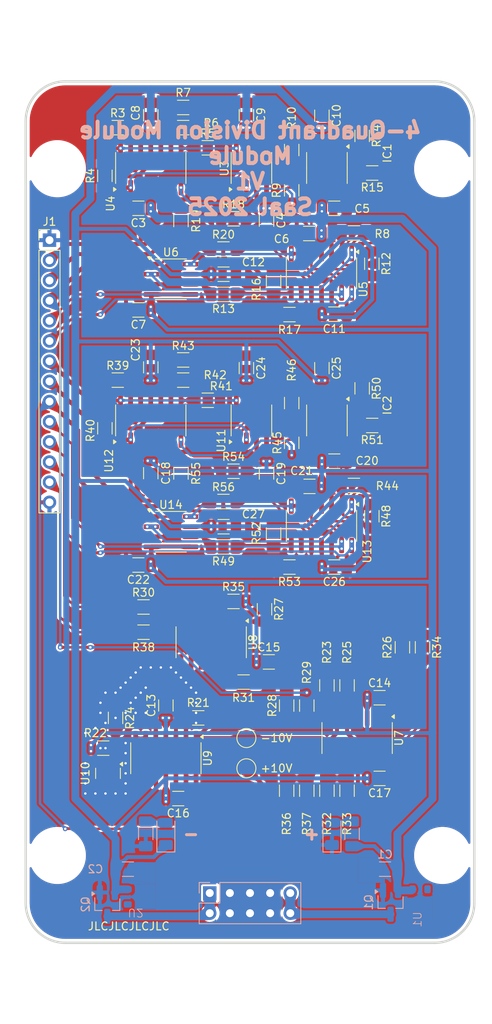
<source format=kicad_pcb>
(kicad_pcb (version 20240108) (generator "pcbnew") (generator_version "8.0")
  (layers (0 "F.Cu" signal) (31 "B.Cu" signal) (34 "B.Paste" user) (35 "F.Paste" user) (36 "B.SilkS" user "B.Silkscreen") (37 "F.SilkS" user "F.Silkscreen") (38 "B.Mask" user) (39 "F.Mask" user) (44 "Edge.Cuts" user))
  (net 0 "")
  (net 1 "+12V")
  (net 2 "GND")
  (net 3 "-12V")
  (net 4 "Net-(D1-A)")
  (net 5 "Net-(D2-A)")
  (net 6 "-X1")
  (net 7 "Net-(IC1-Y1)")
  (net 8 "Net-(IC1-X1)")
  (net 9 "Net-(IC2-Y1)")
  (net 10 "Net-(IC2-X1)")
  (net 11 "-X2")
  (net 12 "-12V_IN")
  (net 13 "+12V_IN")
  (net 14 "-Y1a")
  (net 15 "Y1")
  (net 16 "Net-(R5-Pad2)")
  (net 17 "Net-(R5-Pad1)")
  (net 18 "X1{slash}|Y1|a")
  (net 19 "Net-(U5A--)")
  (net 20 "-X1{slash}|Y1|")
  (net 21 "|Y1|")
  (net 22 "X1{slash}Y1_OUT")
  (net 23 "Net-(R13-Pad1)")
  (net 24 "Net-(R13-Pad2)")
  (net 25 "Net-(U5C-+)")
  (net 26 "X1")
  (net 27 "X1{slash}Y1_LED_1")
  (net 28 "Net-(U9A--)")
  (net 29 "Ref-")
  (net 30 "Net-(U10-K)")
  (net 31 "Net-(U7A--)")
  (net 32 "Net-(R26-Pad2)")
  (net 33 "Net-(R26-Pad1)")
  (net 34 "Net-(U7B-+)")
  (net 35 "Net-(R30-Pad2)")
  (net 36 "ERROR_1")
  (net 37 "Net-(R31-Pad1)")
  (net 38 "X2{slash}Y2_OUT")
  (net 39 "Net-(U7C--)")
  (net 40 "Net-(R34-Pad2)")
  (net 41 "Net-(R34-Pad1)")
  (net 42 "Net-(U7D-+)")
  (net 43 "ERROR_2")
  (net 44 "Net-(R38-Pad2)")
  (net 45 "-Y2a")
  (net 46 "Y2")
  (net 47 "Net-(R41-Pad2)")
  (net 48 "Net-(R41-Pad1)")
  (net 49 "Net-(U12C-+)")
  (net 50 "Net-(U13A--)")
  (net 51 "X2{slash}|Y2|a")
  (net 52 "-X2{slash}|Y2|")
  (net 53 "|Y2|")
  (net 54 "Net-(R49-Pad2)")
  (net 55 "Net-(R49-Pad1)")
  (net 56 "Net-(U13C-+)")
  (net 57 "Net-(U12D--)")
  (net 58 "X2")
  (net 59 "X2{slash}Y2_LED_1")
  (net 60 "Ref+")
  (net 63 "+Y1a")
  (net 64 "X1{slash}Y1_LED_2")
  (net 65 "-X1{slash}|Y1|a")
  (net 70 "Net-(U9C--)")
  (net 71 "Net-(U9D--)")
  (net 73 "+Y2a")
  (net 74 "X2{slash}Y2_LED_2")
  (net 75 "-X2{slash}|Y2|a")
  (net 76 "Net-(U4C-+)")
  (net 77 "Net-(U4D--)")
  (net 78 "Net-(U4B--)")
  (net 79 "Net-(U12B--)")
  (footprint "Resistor_SMD:R_1206_3216Metric_Pad1.30x1.75mm_HandSolder" (layer "F.Cu") (at 95.25 99.465 -90)
    (property "Reference" "R50")
    (property "Value" "10k")
  )
  (footprint "Resistor_SMD:R_1206_3216Metric_Pad1.30x1.75mm_HandSolder" (layer "F.Cu") (at 102.87 132.08 -90)
    (property "Reference" "R34")
    (property "Value" "10k")
  )
  (footprint "Capacitor_SMD:C_1206_3216Metric_Pad1.33x1.80mm_HandSolder" (layer "F.Cu") (at 91.7325 76.785)
    (property "Reference" "C5")
    (property "Value" "100n")
  )
  (footprint "Resistor_SMD:R_1206_3216Metric_Pad1.30x1.75mm_HandSolder" (layer "F.Cu") (at 79.02 126.3 180)
    (property "Reference" "R35")
    (property "Value" "100k")
  )
  (footprint "Connector_PinHeader_2.54mm:PinHeader_1x14_P2.54mm_Vertical" (layer "F.Cu") (at 55.8 80.8)
    (property "Reference" "J1")
    (property "Value" "Conn_01x14_Pin")
  )
  (footprint "Capacitor_SMD:C_1206_3216Metric_Pad1.33x1.80mm_HandSolder" (layer "F.Cu") (at 68.58 65.0625 -90)
    (property "Reference" "C8")
    (property "Value" "100n")
  )
  (footprint "Capacitor_SMD:C_1206_3216Metric_Pad1.33x1.80mm_HandSolder" (layer "F.Cu") (at 88.5575 79.96 180)
    (property "Reference" "C6")
    (property "Value" "100n")
  )
  (footprint "Package_SO:SOIC-14_3.9x8.7mm_P1.27mm" (layer "F.Cu") (at 94.615 143.51 -90)
    (property "Reference" "U7")
    (property "Value" "LM339DR")
  )
  (footprint "Package_SO:SOIC-8_3.9x4.9mm_P1.27mm" (layer "F.Cu") (at 81.28 103.505 90)
    (property "Reference" "U11")
    (property "Value" "DG419BDY-E3")
  )
  (footprint "Package_SO:SOIC-8_3.9x4.9mm_P1.27mm" (layer "F.Cu") (at 81.28 71.705 90)
    (property "Reference" "U3")
    (property "Value" "DG419BDY-E3")
  )
  (footprint "Resistor_SMD:R_1206_3216Metric_Pad1.30x1.75mm_HandSolder" (layer "F.Cu") (at 62.79 104.495 -90)
    (property "Reference" "R40")
    (property "Value" "100k")
  )
  (footprint "Resistor_SMD:R_1206_3216Metric_Pad1.30x1.75mm_HandSolder" (layer "F.Cu") (at 72.67 98.425)
    (property "Reference" "R42")
    (property "Value" "510k")
  )
  (footprint "Resistor_SMD:R_1206_3216Metric_Pad1.30x1.75mm_HandSolder" (layer "F.Cu") (at 85.725 150.14 -90)
    (property "Reference" "R36")
    (property "Value" "100k")
  )
  (footprint "Resistor_SMD:R_1206_3216Metric_Pad1.30x1.75mm_HandSolder" (layer "F.Cu") (at 72.67 64.085 180)
    (property "Reference" "R7")
    (property "Value" "470")
  )
  (footprint "Capacitor_SMD:C_1206_3216Metric_Pad1.33x1.80mm_HandSolder" (layer "F.Cu") (at 91.7325 90.12 180)
    (property "Reference" "C11")
    (property "Value" "100n")
  )
  (footprint "Resistor_SMD:R_1206_3216Metric_Pad1.30x1.75mm_HandSolder" (layer "F.Cu") (at 94.21 111.695 180)
    (property "Reference" "R44")
    (property "Value" "100k")
  )
  (footprint "Capacitor_SMD:C_1206_3216Metric_Pad1.33x1.80mm_HandSolder" (layer "F.Cu") (at 67.0175 121.716 180)
    (property "Reference" "C22")
    (property "Value" "100n")
  )
  (footprint "Capacitor_SMD:C_1206_3216Metric_Pad1.33x1.80mm_HandSolder" (layer "F.Cu") (at 90.17 65.1125 -90)
    (property "Reference" "C10")
    (property "Value" "100n")
  )
  (footprint "Package_SO:SOIC-8_3.9x4.9mm_P1.27mm" (layer "F.Cu") (at 90.805 71.705 -90)
    (property "Reference" "IC1")
    (property "Value" "AD633")
  )
  (footprint "Resistor_SMD:R_1206_3216Metric_Pad1.30x1.75mm_HandSolder" (layer "F.Cu") (at 86.08 90.17)
    (property "Reference" "R17")
    (property "Value" "470")
  )
  (footprint "Capacitor_SMD:C_1206_3216Metric_Pad1.33x1.80mm_HandSolder" (layer "F.Cu") (at 83.185 78.3475 -90)
    (property "Reference" "C4")
    (property "Value" "100n")
  )
  (footprint "Resistor_SMD:R_1206_3216Metric_Pad1.30x1.75mm_HandSolder" (layer "F.Cu") (at 77.75 113.715)
    (property "Reference" "R56")
    (property "Value" "3k9")
  )
  (footprint "Resistor_SMD:R_1206_3216Metric_Pad1.30x1.75mm_HandSolder" (layer "F.Cu") (at 82.931 127.29 -90)
    (property "Reference" "R27")
    (property "Value" "100k")
  )
  (footprint "MountingHole:MountingHole_3.2mm_M3_DIN965" (layer "F.Cu") (at 105.4 71.8)
    (property "Reference" "H2" (hide yes))
    (property "Value" "Circuit Mount")
  )
  (footprint "Capacitor_SMD:C_1206_3216Metric_Pad1.33x1.80mm_HandSolder" (layer "F.Cu") (at 68.58 96.8125 -90)
    (property "Reference" "C23")
    (property "Value" "100n")
  )
  (footprint "Resistor_SMD:R_1206_3216Metric_Pad1.30x1.75mm_HandSolder" (layer "F.Cu") (at 84.074 85.953 -90)
    (property "Reference" "R16")
    (property "Value" "510k")
  )
  (footprint "Capacitor_SMD:C_1206_3216Metric_Pad1.33x1.80mm_HandSolder" (layer "F.Cu") (at 77.7625 85.09 180)
    (property "Reference" "C12")
    (property "Value" "100n")
  )
  (footprint "Resistor_SMD:R_1206_3216Metric_Pad1.30x1.75mm_HandSolder" (layer "F.Cu") (at 64.415 66.625)
    (property "Reference" "R3")
    (property "Value" "100k")
  )
  (footprint "TestPoint:TestPoint_Pad_D2.0mm" (layer "F.Cu") (at 80.645 147.32)
    (property "Reference" "TP2" (hide yes))
    (property "Value" "+10V")
  )
  (footprint "Resistor_SMD:R_1206_3216Metric_Pad1.30x1.75mm_HandSolder" (layer "F.Cu") (at 64.415 98.425)
    (property "Reference" "R39")
    (property "Value" "100k")
  )
  (footprint "Resistor_SMD:R_1206_3216Metric_Pad1.30x1.75mm_HandSolder" (layer "F.Cu") (at 79.02 78.105)
    (property "Reference" "R18")
    (property "Value" "25k")
  )
  (footprint "Resistor_SMD:R_1206_3216Metric_Pad1.30x1.75mm_HandSolder" (layer "F.Cu") (at 90.805 136.88 90)
    (property "Reference" "R23")
    (property "Value" "15k")
  )
  (footprint "Resistor_SMD:R_1206_3216Metric_Pad1.30x1.75mm_HandSolder" (layer "F.Cu") (at 86.08 121.97)
    (property "Reference" "R53")
    (property "Value" "470")
  )
  (footprint "Package_SO:SOIC-14_3.9x8.7mm_P1.27mm" (layer "F.Cu") (at 90.12 84.975 -90)
    (property "Reference" "U5")
    (property "Value" "TLE2074IDWR")
  )
  (footprint "Resistor_SMD:R_1206_3216Metric_Pad1.30x1.75mm_HandSolder" (layer "F.Cu") (at 96.47 115.57 -90)
    (property "Reference" "R48")
    (property "Value" "100k")
  )
  (footprint "Package_SO:SOIC-8_3.9x4.9mm_P1.27mm" (layer "F.Cu") (at 71.12 85.725)
    (property "Reference" "U6")
    (property "Value" "DG419BDY-E3")
  )
  (footprint "Resistor_SMD:R_1206_3216Metric_Pad1.30x1.75mm_HandSolder" (layer "F.Cu") (at 96.52 72.34 180)
    (property "Reference" "R15")
    (property "Value" "10k")
  )
  (footprint "Resistor_SMD:R_1206_3216Metric_Pad1.30x1.75mm_HandSolder" (layer "F.Cu") (at 77.75 119.43 180)
    (property "Reference" "R49")
    (property "Value" "50k")
  )
  (footprint "Resistor_SMD:R_1206_3216Metric_Pad1.30x1.75mm_HandSolder" (layer "F.Cu") (at 75.77 100.965)
    (property "Reference" "R41")
    (property "Value" "50k")
  )
  (footprint "Resistor_SMD:R_1206_3216Metric_Pad1.30x1.75mm_HandSolder" (layer "F.Cu") (at 77.75 87.63 180)
    (property "Reference" "R13")
    (property "Value" "50k")
  )
  (footprint "Capacitor_SMD:C_1206_3216Metric_Pad1.33x1.80mm_HandSolder" (layer "F.Cu") (at 90.17 96.9125 -90)
    (property "Reference" "C25")
    (property "Value" "100n")
  )
  (footprint "Resistor_SMD:R_1206_3216Metric_Pad1.30x1.75mm_HandSolder" (layer "F.Cu") (at 84.074 117.753 -90)
    (property "Reference" "R52")
    (property "Value" "510k")
  )
  (footprint "Resistor_SMD:R_1206_3216Metric_Pad1.30x1.75mm_HandSolder" (layer "F.Cu") (at 67.665 130.175)
    (property "Reference" "R38")
    (property "Value" "4k")
  )
  (footprint "Capacitor_SMD:C_1206_3216Metric_Pad1.33x1.80mm_HandSolder" (layer "F.Cu") (at 88.6075 111.81 180)
    (property "Reference" "C21")
    (property "Value" "100n")
  )
  (footprint "Capacitor_SMD:C_1206_3216Metric_Pad1.33x1.80mm_HandSolder" (layer "F.Cu") (at 83.4775 133.92)
    (property "Reference" "C15")
    (property "Value" "100n")
  )
  (footprint "Package_SO:SOIC-14_3.9x8.7mm_P1.27mm" (layer "F.Cu") (at 90.12 116.775 -90)
    (property "Reference" "U13")
    (property "Value" "TLE2074IDWR")
  )
  (footprint "TestPoint:TestPoint_Pad_D2.0mm" (layer "F.Cu") (at 80.645 143.51)
    (property "Reference" "TP1" (hide yes))
    (property "Value" "-10V")
  )
  (footprint "Capacitor_SMD:C_1206_3216Metric_Pad1.33x1.80mm_HandSolder" (layer "F.Cu") (at 97.4475 138.43)
    (property "Reference" "C14")
    (property "Value" "100n")
  )
  (footprint "Capacitor_SMD:C_1206_3216Metric_Pad1.33x1.80mm_HandSolder" (layer "F.Cu") (at 80.645 65.0625 -90)
    (property "Reference" "C9")
    (property "Value" "100n")
  )
  (footprint "Package_SO:SOIC-8_3.9x4.9mm_P1.27mm" (layer "F.Cu") (at 71.12 117.525)
    (property "Reference" "U14")
    (property "Value" "DG419BDY-E3")
  )
  (footprint "Resistor_SMD:R_1206_3216Metric_Pad1.30x1.75mm_HandSolder" (layer "F.Cu") (at 85.725 139.42 90)
    (property "Reference" "R28")
    (property "Value" "510k")
  )
  (footprint "Resistor_SMD:R_1206_3216Metric_Pad1.30x1.75mm_HandSolder" (layer "F.Cu") (at 72.39 110.185 90)
    (property "Reference" "R55")
    (property "Value" "100k")
  )
  (footprint "Capacitor_SMD:C_1206_3216Metric_Pad1.33x1.80mm_HandSolder" (layer "F.Cu") (at 77.7625 116.89 180)
    (property "Reference" "C27")
    (property "Value" "100n")
  )
  (footprint "Capacitor_SMD:C_1206_3216Metric_Pad1.33x1.80mm_HandSolder" (layer "F.Cu") (at 72.0475 151.13 180)
    (property "Reference" "C16")
    (property "Value" "100n")
  )
  (footprint "MountingHole:MountingHole_3.2mm_M3_DIN965" (layer "F.Cu") (at 105.4 158.3)
    (property "Reference" "H3" (hide yes))
    (property "Value" "Circuit Mount")
  )
  (footprint "Resistor_SMD:R_1206_3216Metric_Pad1.30x1.75mm_HandSolder" (layer "F.Cu") (at 86.36 101.32 -90)
    (property "Reference" "R46")
    (property "Value" "10k")
  )
  (footprint "Package_SO:SOIC-14_3.9x8.7mm_P1.27mm" (layer "F.Cu") (at 76.2 131.445 -90)
    (property "Reference" "U8")
    (property "Value" "CD40106BM96")
  )
  (footprint "MountingHole:MountingHole_3.2mm_M3_DIN965" (layer "F.Cu") (at 56.8 71.8)
    (property "Reference" "H1" (hide yes))
    (property "Value" "Circuit Mount")
  )
  (footprint "Capacitor_SMD:C_1206_3216Metric_Pad1.33x1.80mm_HandSolder" (layer "F.Cu") (at 91.7325 121.97 180)
    (property "Reference" "C26")
    (property "Value" "100n")
  )
  (footprint "Resistor_SMD:R_1206_3216Metric_Pad1.30x1.75mm_HandSolder" (layer "F.Cu") (at 90.805 150.14 -90)
    (property "Reference" "R32")
    (property "Value" "100k")
  )
  (footprint "Resistor_SMD:R_1206_3216Metric_Pad1.30x1.75mm_HandSolder" (layer "F.Cu") (at 72.39 78.385 90)
    (property "Reference" "R19")
    (property "Value" "100k")
  )
  (footprint "Capacitor_SMD:C_1206_3216Metric_Pad1.33x1.80mm_HandSolder" (layer "F.Cu") (at 91.7325 108.635)
    (property "Reference" "C20")
    (property "Value" "100n")
  )
  (footprint "Package_SO:SOIC-14_3.9x8.7mm_P1.27mm" (layer "F.Cu") (at 70.485 146.05 -90)
    (property "Reference" "U9")
    (property "Value" "TLE2074IDWR")
  )
  (footprint "MountingHole:MountingHole_3.2mm_M3_DIN965" (layer "F.Cu") (at 56.8 158.3)
    (property "Reference" "H4" (hide yes))
    (property "Value" "Circuit Mount")
  )
  (footprint "Resistor_SMD:R_1206_3216Metric_Pad1.30x1.75mm_HandSolder" (layer "F.Cu") (at 96.47 83.77 -90)
    (property "Reference" "R12")
    (property "Value" "100k")
  )
  (footprint "Resistor_SMD:R_1206_3216Metric_Pad1.30x1.75mm_HandSolder" (layer "F.Cu") (at 67.665 127)
    (property "Reference" "R30")
    (property "Value" "4k")
  )
  (footprint "Resistor_SMD:R_1206_3216Metric_Pad1.30x1.75mm_HandSolder" (layer "F.Cu") (at 96.52 104.14 180)
    (property "Reference" "R51")
    (property "Value" "10k")
  )
  (footprint "Package_TO_SOT_SMD:SOT-23" (layer "F.Cu") (at 63.185 147.955 -90)
    (property "Reference" "U10")
    (property "Value" "LM4040, 10V")
  )
  (footprint "Resistor_SMD:R_1206_3216Metric_Pad1.30x1.75mm_HandSolder" (layer "F.Cu") (at 86.36 69.445 -90)
    (property "Reference" "R10")
    (property "Value" "10k")
  )
  (footprint "Resistor_SMD:R_1206_3216Metric_Pad1.30x1.75mm_HandSolder" (layer "F.Cu") (at 88.265 139.42 -90)
    (property "Reference" "R29")
    (property "Value" "15k")
  )
  (footprint "Capacitor_SMD:C_1206_3216Metric_Pad1.33x1.80mm_HandSolder" (layer "F.Cu") (at 97.4475 148.59 180)
    (property "Reference" "C17")
    (property "Value" "100n")
  )
  (footprint "Resistor_SMD:R_1206_3216Metric_Pad1.30x1.75mm_HandSolder" (layer "F.Cu") (at 94.21 79.895 180)
    (property "Reference" "R8")
    (property "Value" "100k")
  )
  (footprint "Resistor_SMD:R_1206_3216Metric_Pad1.30x1.75mm_HandSolder" (layer "F.Cu") (at 62.79 72.695 -90)
    (property "Reference" "R4")
    (property "Value" "100k")
  )
  (footprint "Resistor_SMD:R_1206_3216Metric_Pad1.30x1.75mm_HandSolder" (layer "F.Cu") (at 100.33 132.08 -90)
    (property "Reference" "R26")
    (property "Value" "10k")
  )
  (footprint "Capacitor_SMD:C_1206_3216Metric_Pad1.33x1.80mm_HandSolder" (layer "F.Cu") (at 68.58 110.1485 -90)
    (property "Reference" "C18")
    (property "Value" "100n")
  )
  (footprint "Capacitor_SMD:C_1206_3216Metric_Pad1.33x1.80mm_HandSolder" (layer "F.Cu") (at 83.185 110.1985 -90)
    (property "Reference" "C19")
    (property "Value" "100n")
  )
  (footprint "Resistor_SMD:R_1206_3216Metric_Pad1.30x1.75mm_HandSolder" (layer "F.Cu") (at 72.67 66.625)
    (property "Reference" "R6")
    (property "Value" "510k")
  )
  (footprint "Resistor_SMD:R_1206_3216Metric_Pad1.30x1.75mm_HandSolder" (layer "F.Cu") (at 79.02 109.905)
    (property "Reference" "R54")
    (property "Value" "25k")
  )
  (footprint "Capacitor_SMD:C_1206_3216Metric_Pad1.33x1.80mm_HandSolder" (layer "F.Cu") (at 80.645 96.9115 -90)
    (property "Reference" "C24")
    (property "Value" "100n")
  )
  (footprint "Resistor_SMD:R_1206_3216Metric_Pad1.30x1.75mm_HandSolder" (layer "F.Cu") (at 77.75 81.915)
    (property "Reference" "R20")
    (property "Value" "3k9")
  )
  (footprint "Package_SO:SOIC-8_3.9x4.9mm_P1.27mm" (layer "F.Cu") (at 90.805 103.505 -90)
    (property "Reference" "IC2")
    (property "Value" "AD633")
  )
  (footprint "Resistor_SMD:R_1206_3216Metric_Pad1.30x1.75mm_HandSolder" (layer "F.Cu") (at 64.135 140.97 -90)
    (property "Reference" "R24")
    (property "Value" "100k")
  )
  (footprint "Package_SO:SOIC-14_3.9x8.7mm_P1.27mm" (layer "F.Cu") (at 68.58 103.505 90)
    (property "Reference" "U12")
    (property "Value" "TLE2074IDWR")
  )
  (footprint "Capacitor_SMD:C_1206_3216Metric_Pad1.33x1.80mm_HandSolder" (layer "F.Cu") (at 67.0175 89.585 180)
    (property "Reference" "C7")
    (property "Value" "100n")
  )
  (footprint "Resistor_SMD:R_1206_3216Metric_Pad1.30x1.75mm_HandSolder" (layer "F.Cu") (at 74.575 140.97 180)
    (property "Reference" "R21")
    (property "Value" "100k")
  )
  (footprint "Resistor_SMD:R_1206_3216Metric_Pad1.30x1.75mm_HandSolder" (layer "F.Cu") (at 86.36 106.325 90)
    (property "Reference" "R45")
    (property "Value" "10k")
  )
  (footprint "Package_SO:SOIC-14_3.9x8.7mm_P1.27mm" (layer "F.Cu") (at 68.58 71.705 90)
    (property "Reference" "U4")
    (property "Value" "TLE2074IDWR")
  )
  (footprint "Resistor_SMD:R_1206_3216Metric_Pad1.30x1.75mm_HandSolder" (layer "F.Cu") (at 95.25 67.665 -90)
    (property "Reference" "R14")
    (property "Value" "10k")
  )
  (footprint "Resistor_SMD:R_1206_3216Metric_Pad1.30x1.75mm_HandSolder" (layer "F.Cu") (at 75.77 69.165)
    (property "Reference" "R5")
    (property "Value" "50k")
  )
  (footprint "Resistor_SMD:R_1206_3216Metric_Pad1.30x1.75mm_HandSolder" (layer "F.Cu") (at 88.265 150.14 90)
    (property "Reference" "R37")
    (property "Value" "100k")
  )
  (footprint "Resistor_SMD:R_1206_3216Metric_Pad1.30x1.75mm_HandSolder" (layer "F.Cu") (at 93.345 136.88 -90)
    (property "Reference" "R25")
    (property "Value" "510k")
  )
  (footprint "Resistor_SMD:R_1206_3216Metric_Pad1.30x1.75mm_HandSolder" (layer "F.Cu") (at 93.345 150.14 90)
    (property "Reference" "R33")
    (property "Value" "100k")
  )
  (footprint "Resistor_SMD:R_1206_3216Metric_Pad1.30x1.75mm_HandSolder" (layer "F.Cu") (at 72.67 95.885 180)
    (property "Reference" "R43")
    (property "Value" "470")
  )
  (footprint "Resistor_SMD:R_1206_3216Metric_Pad1.30x1.75mm_HandSolder" (layer "F.Cu") (at 86.36 74.525 90)
    (property "Reference" "R9")
    (property "Value" "10k")
  )
  (footprint "Capacitor_SMD:C_1206_3216Metric_Pad1.33x1.80mm_HandSolder" (layer "F.Cu") (at 70.485 139.4075 90)
    (property "Reference" "C13")
    (property "Value" "100n")
  )
  (footprint "Capacitor_SMD:C_1206_3216Metric_Pad1.33x1.80mm_HandSolder" (layer "F.Cu") (at 67.0175 76.785 180)
    (property "Reference" "C3")
    (property "Value" "100n")
  )
  (footprint "Resistor_SMD:R_1206_3216Metric_Pad1.30x1.75mm_HandSolder" (layer "F.Cu") (at 62.585 144.78 180)
    (property "Reference" "R22")
    (property "Value" "10k")
  )
  (footprint "Resistor_SMD:R_1206_3216Metric_Pad1.30x1.75mm_HandSolder" (layer "F.Cu") (at 80.29 136.46)
    (property "Reference" "R31")
    (property "Value" "10k")
  )
  (footprint "Package_TO_SOT_SMD:SOT-23_Handsoldering" (layer "B.Cu") (at 63.095 164.465 -90)
    (property "Reference" "Q2")
    (property "Value" "PMV450ENEA")
  )
  (footprint "Capacitor_SMD:C_1206_3216Metric_Pad1.33x1.80mm_HandSolder" (layer "B.Cu") (at 65.6975 160.02)
    (property "Reference" "C2")
    (property "Value" "10u")
  )
  (footprint "LED_SMD:LED_1206_3216Metric" (layer "B.Cu") (at 91.44 155.575 90)
    (property "Reference" "D1" (hide yes))
    (property "Value" "12V_GREEN")
  )
  (footprint "Package_TO_SOT_SMD:SOT-23_Handsoldering" (layer "B.Cu") (at 98.83 164.2 -90)
    (property "Reference" "Q1")
    (property "Value" "PMV250EPEA")
  )
  (footprint "Capacitor_SMD:C_1206_3216Metric_Pad1.33x1.80mm_HandSolder" (layer "B.Cu") (at 98.1325 160.02 180)
    (property "Reference" "C1")
    (property "Value" "10u")
  )
  (footprint "analog_computing:VCAN16A2-03S-E3-08" (layer "B.Cu") (at 102.55 163.56 -90)
    (property "Reference" "U1")
    (property "Value" "VCAN16A2" (hide yes))
  )
  (footprint "Resistor_SMD:R_1206_3216Metric_Pad1.30x1.75mm_HandSolder" (layer "B.Cu") (at 67.945 155.575 90)
    (property "Reference" "R2" (hide yes))
    (property "Value" "5k6")
  )
  (footprint "Connector_PinHeader_2.54mm:PinHeader_2x05_P2.54mm_Vertical" (layer "B.Cu") (at 76.02 163.03 -90)
    (property "Reference" "J3" (hide yes))
    (property "Value" "Conn_02x05_Odd_Even" (hide yes))
  )
  (footprint "Resistor_SMD:R_1206_3216Metric_Pad1.30x1.75mm_HandSolder" (layer "B.Cu") (at 93.98 155.575 90)
    (property "Reference" "R1" (hide yes))
    (property "Value" "5k6")
  )
  (footprint "LED_SMD:LED_1206_3216Metric" (layer "B.Cu") (at 70.485 155.575 90)
    (property "Reference" "D2" (hide yes))
    (property "Value" "-12V_RED")
  )
  (footprint "analog_computing:VCAN16A2-03S-E3-08" (layer "B.Cu") (at 66.675 163.51)
    (property "Reference" "U2")
    (property "Value" "VCAN16A2" (hide yes))
  )
  (gr_arc (start 104.4 60.8) (mid 107.935534 62.264466) (end 109.4 65.8) (stroke (width 0.3)) (layer "Edge.Cuts"))
  (gr_line (start 104.4 169.3) (end 57.8 169.3) (stroke (width 0.3)) (layer "Edge.Cuts"))
  (gr_line (start 52.8 164.3) (end 52.8 65.8) (stroke (width 0.3)) (layer "Edge.Cuts"))
  (gr_arc (start 109.4 164.3) (mid 107.935534 167.835534) (end 104.4 169.3) (stroke (width 0.3)) (layer "Edge.Cuts"))
  (gr_arc (start 57.8 169.3) (mid 54.264466 167.835534) (end 52.8 164.3) (stroke (width 0.3)) (layer "Edge.Cuts"))
  (gr_line (start 109.4 65.8) (end 109.4 164.3) (stroke (width 0.3)) (layer "Edge.Cuts"))
  (gr_arc (start 52.8 65.8) (mid 54.264466 62.264466) (end 57.8 60.8) (stroke (width 0.3)) (layer "Edge.Cuts"))
  (gr_line (start 57.8 60.8) (end 104.4 60.8) (stroke (width 0.3)) (layer "Edge.Cuts"))
  (gr_text "+" (at 88.9 155.575 0) (layer "B.SilkS") (effects (font (size 1.5 1.5) (thickness 0.375) (bold yes)) (justify mirror)))
  (gr_text "4-Quadrant Division Module\nModule\nV1\nSaal 2025" (at 81.1 65.8 0) (layer "B.SilkS") (effects (font (size 2 2) (thickness 0.5) (bold yes)) (justify top mirror)))
  (gr_text "-" (at 73.66 155.575 0) (layer "B.SilkS") (effects (font (size 1.5 1.5) (thickness 0.375) (bold yes)) (justify mirror)))
  (gr_text "JLCJLCJLCJLC" (at 65.8 167.8 0) (layer "F.SilkS") (effects (font (size 1 1)) (justify bottom)))
  (segment (start 83.185 105.98) (end 83.185 108.254) (width 0.5) (layer "F.Cu") (net 1))
  (segment (start 90.12 111.71) (end 90.12 108.585) (width 0.5) (layer "F.Cu") (net 1))
  (segment (start 70.485 140.97) (end 70.485 143.575) (width 0.5) (layer "F.Cu") (net 1))
  (segment (start 83.185 76.785) (end 83.185 74.18) (width 0.5) (layer "F.Cu") (net 1))
  (segment (start 81.8825 133.9525) (end 81.915 133.92) (width 0.5) (layer "F.Cu") (net 1))
  (segment (start 90.12 108.585) (end 90.145 108.56) (width 0.5) (layer "F.Cu") (net 1))
  (segment (start 95.885 138.43) (end 95.885 141.035) (width 0.5) (layer "F.Cu") (net 1))
  (segment (start 90.145 76.81) (end 90.17 76.785) (width 0.5) (layer "F.Cu") (net 1))
  (segment (start 81.84 136.46) (end 81.84 133.995) (width 0.5) (layer "F.Cu") (net 1))
  (segment (start 68.645 87.63) (end 68.645 89.52) (width 0.5) (layer "F.Cu") (net 1))
  (segment (start 90.12 111.76) (end 90.12 114.25) (width 0.5) (layer "F.Cu") (net 1))
  (segment (start 81.84 133.995) (end 81.8825 133.9525) (width 0.5) (layer "F.Cu") (net 1))
  (segment (start 90.17 76.785) (end 90.17 74.18) (width 0.5) (layer "F.Cu") (net 1))
  (segment (start 90.12 111.71) (end 90.12 111.76) (width 0.5) (layer "F.Cu") (net 1))
  (segment (start 90.145 108.56) (end 90.17 108.535) (width 0.5) (layer "F.Cu") (net 1))
  (segment (start 83.185 74.18) (end 83.185 69.23) (width 0.5) (layer "F.Cu") (net 1))
  (segment (start 80.57 126.3) (end 80.645 126.3) (width 0.5) (layer "F.Cu") (net 1))
  (segment (start 90.12 80.01) (end 90.12 82.5) (width 0.5) (layer "F.Cu") (net 1))
  (segment (start 82.371 126.3) (end 82.931 125.74) (width 0.5) (layer "F.Cu") (net 1))
  (segment (start 90.17 108.535) (end 90.17 105.93) (width 0.5) (layer "F.Cu") (net 1))
  (segment (start 68.58 108.535) (end 68.58 105.93) (width 0.5) (layer "F.Cu") (net 1))
  (segment (start 83.185 101.03) (end 83.185 105.98) (width 0.5) (layer "F.Cu") (net 1))
  (segment (start 83.185 108.254) (end 82.804 108.635) (width 0.5) (layer "F.Cu") (net 1))
  (segment (start 90.12 79.96) (end 90.12 80.01) (width 0.5) (layer "F.Cu") (net 1))
  (segment (start 68.645 121.27) (end 68.58 121.335) (width 0.5) (layer "F.Cu") (net 1))
  (segment (start 68.645 119.38) (end 68.645 121.27) (width 0.5) (layer "F.Cu") (net 1))
  (segment (start 80.57 126.3) (end 82.371 126.3) (width 0.5) (layer "F.Cu") (net 1))
  (segment (start 90.12 76.835) (end 90.145 76.81) (width 0.5) (layer "F.Cu") (net 1))
  (segment (start 68.58 76.785) (end 68.58 74.18) (width 0.5) (layer "F.Cu") (net 1))
  (segment (start 73.595 119.38) (end 68.645 119.38) (width 0.5) (layer "F.Cu") (net 1))
  (segment (start 90.12 79.96) (end 90.12 76.835) (width 0.5) (layer "F.Cu") (net 1))
  (segment (start 73.595 87.63) (end 68.645 87.63) (width 0.5) (layer "F.Cu") (net 1))
  (segment (start 80.01 133.92) (end 81.915 133.92) (width 0.5) (layer "F.Cu") (net 1))
  (segment (start 83.185 108.254) (end 83.566 108.635) (width 0.5) (layer "F.Cu") (net 1))
  (segment (start 68.645 89.52) (end 68.58 89.585) (width 0.5) (layer "F.Cu") (net 1))
  (via (at 68.199 108.585) (size 0.6) (drill 0.3) (layers "F.Cu" "B.Cu") (net 1))
  (via (at 68.961 108.585) (size 0.6) (drill 0.3) (layers "F.Cu" "B.Cu") (net 1))
  (via (at 90.17 109.016) (size 0.6) (drill 0.3) (layers "F.Cu" "B.Cu") (net 1))
  (via (at 90.12 111.379) (size 0.6) (drill 0.3) (layers "F.Cu" "B.Cu") (net 1))
  (via (at 90.17 108.254) (size 0.6) (drill 0.3) (layers "F.Cu" "B.Cu") (net 1))
  (via (at 83.566 108.635) (size 0.6) (drill 0.3) (layers "F.Cu" "B.Cu") (net 1))
  (via (at 90.17 77.166) (size 0.6) (drill 0.3) (layers "F.Cu" "B.Cu") (net 1))
  (via (at 68.58 89.204) (size 0.6) (drill 0.3) (layers "F.Cu" "B.Cu") (net 1))
  (via (at 90.12 79.579) (size 0.6) (drill 0.3) (layers "F.Cu" "B.Cu") (net 1))
  (via (at 81.915 134.301) (size 0.6) (drill 0.3) (layers "F.Cu" "B.Cu") (net 1))
  (via (at 68.58 122.098) (size 0.6) (drill 0.3) (layers "F.Cu" "B.Cu") (net 1))
  (via (at 68.58 89.966) (size 0.6) (drill 0.3) (layers "F.Cu" "B.Cu") (net 1))
  (via (at 95.885 138.811) (size 0.6) (drill 0.3) (layers "F.Cu" "B.Cu") (net 1))
  (via (at 80.57 126.681) (size 0.6) (drill 0.3) (layers "F.Cu" "B.Cu") (net 1))
  (via (at 83.566 76.785) (size 0.6) (drill 0.3) (layers "F.Cu" "B.Cu") (net 1))
  (via (at 68.58 77.166) (size 0.6) (drill 0.3) (layers "F.Cu" "B.Cu") (net 1))
  (via (at 90.17 76.404) (size 0.6) (drill 0.3) (layers "F.Cu" "B.Cu") (net 1))
  (via (at 90.12 112.141) (size 0.6) (drill 0.3) (layers "F.Cu" "B.Cu") (net 1))
  (via (at 80.57 125.919) (size 0.6) (drill 0.3) (layers "F.Cu" "B.Cu") (net 1))
  (via (at 95.885 138.049) (size 0.6) (drill 0.3) (layers "F.Cu" "B.Cu") (net 1))
  (via (at 61.035 144.399) (size 0.6) (drill 0.3) (layers "F.Cu" "B.Cu") (net 1))
  (via (at 68.58 76.404) (size 0.6) (drill 0.3) (layers "F.Cu" "B.Cu") (net 1))
  (via (at 61.035 145.161) (size 0.6) (drill 0.3) (layers "F.Cu" "B.Cu") (net 1))
  (via (at 81.915 133.539) (size 0.6) (drill 0.3) (layers "F.Cu" "B.Cu") (net 1))
  (via (at 68.58 121.285) (size 0.6) (drill 0.3) (layers "F.Cu" "B.Cu") (net 1))
  (via (at 90.12 80.341) (size 0.6) (drill 0.3) (layers "F.Cu" "B.Cu") (net 1))
  (via (at 82.804 108.635) (size 0.6) (drill 0.3) (layers "F.Cu" "B.Cu") (net 1))
  (via (at 82.804 76.785) (size 0.6) (drill 0.3) (layers "F.Cu" "B.Cu") (net 1))
  (via (at 70.104 140.97) (size 0.6) (drill 0.3) (layers "F.Cu" "B.Cu") (net 1))
  (via (at 70.866 140.97) (size 0.6) (drill 0.3) (layers "F.Cu" "B.Cu") (net 1))
  (segment (start 104.14 81.915) (end 100.33 78.105) (width 1) (layer "B.Cu") (net 1))
  (segment (start 70.485 142.875) (end 70.485 141.351) (width 0.5) (layer "B.Cu") (net 1))
  (segment (start 80.645 123.825) (end 80.645 125.844) (width 0.5) (layer "B.Cu") (net 1))
  (segment (start 90.12 79.579) (end 90.12 78.79) (width 1) (layer "B.Cu") (net 1))
  (segment (start 101.46 162.7) (end 101.6 162.56) (width 1) (layer "B.Cu") (net 1))
  (segment (start 69.519 78.105) (end 83.185 78.105) (width 1) (layer "B.Cu") (net 1))
  (segment (start 104.14 92.075) (end 70.689 92.075) (width 0.5) (layer "B.Cu") (net 1))
  (segment (start 83.185 78.105) (end 89.535 78.105) (width 1) (layer "B.Cu") (net 1))
  (segment (start 89.535 78.105) (end 90.17 78.105) (width 1) (layer "B.Cu") (net 1))
  (segment (start 104.14 109.855) (end 104.14 92.075) (width 1) (layer "B.Cu") (net 1))
  (segment (start 90.12 78.79) (end 90.17 78.74) (width 1) (layer "B.Cu") (net 1))
  (segment (start 68.58 122.098) (end 68.58 121.285) (width 0.5) (layer "B.Cu") (net 1))
  (segment (start 104.14 151.13) (end 104.14 142.875) (width 1) (layer "B.Cu") (net 1))
  (segment (start 99.695 162.615) (end 99.78 162.7) (width 1) (layer "B.Cu") (net 1))
  (segment (start 104.14 109.855) (end 90.17 109.855) (width 0.5) (layer "B.Cu") (net 1))
  (segment (start 68.58 77.166) (end 69.519 78.105) (width 1) (layer "B.Cu") (net 1))
  (segment (start 90.17 109.016) (end 90.17 109.855) (width 0.5) (layer "B.Cu") (net 1))
  (segment (start 104.14 123.825) (end 80.645 123.825) (width 0.5) (layer "B.Cu") (net 1))
  (segment (start 90.12 79.579) (end 90.12 78.69) (width 1) (layer "B.Cu") (net 1))
  (segment (start 95.885 142.875) (end 95.885 138.811) (width 0.5) (layer "B.Cu") (net 1))
  (segment (start 90.17 77.47) (end 90.805 78.105) (width 1) (layer "B.Cu") (net 1))
  (segment (start 81.915 133.539) (end 81.915 128.026) (width 0.5) (layer "B.Cu") (net 1))
  (segment (start 104.14 92.075) (end 104.14 81.915) (width 1) (layer "B.Cu") (net 1))
  (segment (start 95.885 138.049) (end 95.885 138.811) (width 0.5) (layer "B.Cu") (net 1))
  (segment (start 99.78 162.7) (end 101.46 162.7) (width 1) (layer "B.Cu") (net 1))
  (segment (start 99.695 160.02) (end 99.695 155.575) (width 1) (layer "B.Cu") (net 1))
  (segment (start 83.185 77.166) (end 82.804 76.785) (width 1) (layer "B.Cu") (net 1))
  (segment (start 80.57 125.919) (end 80.57 126.681) (width 0.5) (layer "B.Cu") (net 1))
  (segment (start 90.17 109.855) (end 83.185 109.855) (width 0.5) (layer "B.Cu") (net 1))
  (segment (start 104.14 142.875) (end 95.885 142.875) (width 0.5) (layer "B.Cu") (net 1))
  (segment (start 90.12 78.69) (end 89.535 78.105) (width 1) (layer "B.Cu") (net 1))
  (segment (start 68.58 108.585) (end 68.199 108.585) (width 0.5) (layer "B.Cu") (net 1))
  (segment (start 68.961 108.585) (end 68.199 108.585) (width 0.5) (layer "B.Cu") (net 1))
  (segment (start 83.185 78.105) (end 83.185 77.166) (width 1) (layer "B.Cu") (net 1))
  (segment (start 96.8 157.125) (end 99.695 160.02) (width 0.5) (layer "B.Cu") (net 1))
  (segment (start 68.58 89.966) (end 68.58 89.204) (width 0.5) (layer "B.Cu") (net 1))
  (segment (start 90.12 112.141) (end 90.12 111.379) (width 0.5) (layer "B.Cu") (net 1))
  (segment (start 70.485 141.351) (end 70.866 140.97) (width 0.5) (layer "B.Cu") (net 1))
  (segment (start 80.57 126.681) (end 81.915 128.026) (width 0.5) (layer "B.Cu") (net 1))
  (segment (start 90.805 78.105) (end 90.17 78.105) (width 1) (layer "B.Cu") (net 1))
  (segment (start 80.645 123.825) (end 70.485 123.825) (width 0.5) (layer "B.Cu") (net 1))
  (segment (start 83.566 108.635) (end 83.185 108.635) (width 0.5) (layer "B.Cu") (net 1))
  (segment (start 90.17 111.329) (end 90.12 111.379) (width 0.5) (layer "B.Cu") (net 1))
  (segment (start 90.17 78.105) (end 90.17 78.74) (width 1) (layer "B.Cu") (net 1))
  (segment (start 70.866 140.97) (end 70.104 140.97) (width 0.5) (layer "B.Cu") (net 1))
  (segment (start 68.58 121.92) (end 68.58 121.716) (width 0.5) (layer "B.Cu") (net 1))
  (segment (start 90.17 77.166) (end 90.17 78.74) (width 1) (layer "B.Cu") (net 1))
  (segment (start 80.645 125.844) (end 80.57 125.919) (width 0.5) (layer "B.Cu") (net 1))
  (segment (start 100.33 78.105) (end 90.805 78.105) (width 1) (layer "B.Cu") (net 1))
  (segment (start 70.689 92.075) (end 68.58 89.966) (width 0.5) (layer "B.Cu") (net 1))
  (segment (start 81.915 133.539) (end 81.915 134.301) (width 0.5) (layer "B.Cu") (net 1))
  (segment (start 90.17 109.855) (end 90.17 111.329) (width 0.5) (layer "B.Cu") (net 1))
  (segment (start 90.17 76.404) (end 90.17 77.166) (width 1) (layer "B.Cu") (net 1))
  (segment (start 70.485 123.825) (end 68.58 121.92) (width 0.5) (layer "B.Cu") (net 1))
  (segment (start 104.14 142.875) (end 104.14 109.855) (width 1) (layer "B.Cu") (net 1))
  (segment (start 70.485 141.351) (end 70.104 140.97) (width 0.5) (layer "B.Cu") (net 1))
  (segment (start 90.17 77.166) (end 90.17 77.47) (width 1) (layer "B.Cu") (net 1))
  (segment (start 82.804 76.785) (end 83.566 76.785) (width 1) (layer "B.Cu") (net 1))
  (segment (start 99.695 160.02) (end 99.695 162.615) (width 1) (layer "B.Cu") (net 1))
  (segment (start 83.185 108.635) (end 82.804 108.635) (width 0.5) (layer "B.Cu") (net 1))
  (segment (start 83.185 109.855) (end 69.85 109.855) (width 0.5) (layer "B.Cu") (net 1))
  (segment (start 99.695 155.575) (end 104.14 151.13) (width 1) (layer "B.Cu") (net 1))
  (segment (start 90.17 77.47) (end 89.535 78.105) (width 1) (layer "B.Cu") (net 1))
  (segment (start 61.035 144.399) (end 61.035 145.161) (width 0.5) (layer "B.Cu") (net 1))
  (segment (start 83.185 77.166) (end 83.566 76.785) (width 1) (layer "B.Cu") (net 1))
  (segment (start 69.85 109.855) (end 68.58 108.585) (width 0.5) (layer "B.Cu") (net 1))
  (segment (start 90.12 80.341) (end 90.12 79.579) (width 1) (layer "B.Cu") (net 1))
  (segment (start 90.17 108.254) (end 90.17 109.016) (width 0.5) (layer "B.Cu") (net 1))
  (segment (start 83.185 108.635) (end 83.185 109.855) (width 0.5) (layer "B.Cu") (net 1))
  (segment (start 95.885 142.875) (end 70.485 142.875) (width 0.5) (layer "B.Cu") (net 1))
  (segment (start 62.559 142.875) (end 61.035 144.399) (width 0.5) (layer "B.Cu") (net 1))
  (segment (start 68.58 77.166) (end 68.58 76.404) (width 1) (layer "B.Cu") (net 1))
  (segment (start 70.485 142.875) (end 62.559 142.875) (width 0.5) (layer "B.Cu") (net 1))
  (segment (start 93.98 157.125) (end 96.8 157.125) (width 0.5) (layer "B.Cu") (net 1))
  (segment (start 90.12 78.79) (end 90.805 78.105) (width 1) (layer "B.Cu") (net 1))
  (segment (start 93.46 74.93) (end 95.25 74.93) (width 0.5) (layer "F.Cu") (net 2))
  (segment (start 92.71 105.98) (end 93.41 106.68) (width 0.5) (layer "F.Cu") (net 2))
  (segment (start 91.44 69.23) (end 91.44 67.945) (width 0.5) (layer "F.Cu") (net 2))
  (segment (start 96.1975 106.0125) (end 98.07 104.14) (width 0.3) (layer "F.Cu") (net 2))
  (segment (start 92.71 105.98) (end 92.7425 106.0125) (width 0.3) (layer "F.Cu") (net 2))
  (segment (start 91.44 100.055001) (end 93.580001 97.915) (width 0.5) (layer "F.Cu") (net 2))
  (segment (start 69.85 73.025) (end 70.485 72.39) (width 0.5) (layer "F.Cu") (net 2))
  (segment (start 55.8 116.92) (end 55.245 117.475) (width 0.5) (layer "F.Cu") (net 2))
  (segment (start 67.23 97.668122) (end 66.695939 97.134061) (width 0.5) (layer "F.Cu") (net 2))
  (segment (start 92.71 74.18) (end 93.46 74.93) (width 0.5) (layer "F.Cu") (net 2))
  (segment (start 67.23 100.95) (end 67.23 97.668122) (width 0.5) (layer "F.Cu") (net 2))
  (segment (start 55.8 113.82) (end 54.13 113.82) (width 0.5) (layer "F.Cu") (net 2))
  (segment (start 91.39 78.79) (end 92.075 78.105) (width 0.5) (layer "F.Cu") (net 2))
  (segment (start 91.39 79.143122) (end 93.295 77.238122) (width 0.5) (layer "F.Cu") (net 2))
  (segment (start 92.71 74.18) (end 93.23 73.66) (width 0.5) (layer "F.Cu") (net 2))
  (segment (start 91.39 110.54) (end 93.295 108.635) (width 0.5) (layer "F.Cu") (net 2))
  (segment (start 93.295 77.238122) (end 93.295 76.785) (width 0.5) (layer "F.Cu") (net 2))
  (segment (start 93.580001 97.915) (end 95.25 97.915) (width 0.5) (layer "F.Cu") (net 2))
  (segment (start 67.31 101.03) (end 67.23 100.95) (width 0.5) (layer "F.Cu") (net 2))
  (segment (start 91.39 79.143122) (end 91.39 78.79) (width 0.5) (layer "F.Cu") (net 2))
  (segment (start 91.39 110.943122) (end 92.478122 109.855) (width 0.5) (layer "F.Cu") (net 2))
  (segment (start 92.71 105.98) (end 93.28 105.41) (width 0.5) (layer "F.Cu") (net 2))
  (segment (start 69.85 105.93) (end 69.85 104.775) (width 0.5) (layer "F.Cu") (net 2))
  (segment (start 91.39 114.3) (end 91.39 110.54) (width 0.5) (layer "F.Cu") (net 2))
  (segment (start 93.41 106.68) (end 93.98 106.68) (width 0.5) (layer "F.Cu") (net 2))
  (segment (start 93.28 105.41) (end 93.98 105.41) (width 0.5) (layer "F.Cu") (net 2))
  (segment (start 91.44 67.945) (end 92.075 67.31) (width 0.5) (layer "F.Cu") (net 2))
  (segment (start 69.85 104.775) (end 70.485 104.14) (width 0.5) (layer "F.Cu") (net 2))
  (segment (start 91.44 101.03) (end 91.44 100.055001) (width 0.5) (layer "F.Cu") (net 2))
  (segment (start 55.8 113.82) (end 55.8 116.92) (width 0.5) (layer "F.Cu") (net 2))
  (segment (start 69.85 74.18) (end 69.85 73.025) (width 0.5) (layer "F.Cu") (net 2))
  (segment (start 92.478122 109.855) (end 93.98 109.855) (width 0.5) (layer "F.Cu") (net 2))
  (segment (start 91.39 82.5) (end 91.39 79.143122) (width 0.5) (layer "F.Cu") (net 2))
  (segment (start 54.13 113.82) (end 53.975 113.665) (width 0.5) (layer "F.Cu") (net 2))
  (segment (start 92.7425 106.0125) (end 96.1975 106.0125) (width 0.3) (layer "F.Cu") (net 2))
  (segment (start 92.075 78.105) (end 95.25 78.105) (width 0.5) (layer "F.Cu") (net 2))
  (segment (start 93.23 73.66) (end 93.98 73.66) (width 0.5) (layer "F.Cu") (net 2))
  (segment (start 91.39 114.3) (end 91.39 110.943122) (width 0.5) (layer "F.Cu") (net 2))
  (via (at 60.325 149.225) (size 0.6) (drill 0.3) (layers "F.Cu" "B.Cu") (net 2))
  (via (at 65.405 136.525) (size 0.6) (drill 0.3) (layers "F.Cu" "B.Cu") (net 2))
  (via (at 64.77 137.16) (size 0.6) (drill 0.3) (layers "F.Cu" "B.Cu") (net 2))
  (via (at 60.325 147.955) (size 0.6) (drill 0.3) (layers "F.Cu" "B.Cu") (net 2))
  (via (at 66.04 139.065) (size 0.6) (drill 0.3) (layers "F.Cu" "B.Cu") (net 2))
  (via (at 64.135 140.97) (size 0.6) (drill 0.3) (layers "F.Cu" "B.Cu") (net 2))
  (via (at 60.325 146.685) (size 0.6) (drill 0.3) (layers "F.Cu" "B.Cu") (net 2))
  (via (at 73.66 137.16) (size 0.6) (drill 0.3) (layers "F.Cu" "B.Cu") (net 2))
  (via (at 62.865 150.495) (size 0.6) (drill 0.3) (layers "F.Cu" "B.Cu") (net 2))
  (via (at 67.945 140.335) (size 0.6) (drill 0.3) (layers "F.Cu" "B.Cu") (net 2))
  (via (at 65.405 149.225) (size 0.6) (drill 0.3) (layers "F.Cu" "B.Cu") (net 2))
  (via (at 71.12 134.62) (size 0.6) (drill 0.3) (layers "F.Cu" "B.Cu") (net 2))
  (via (at 74.295 140.335) (size 0.6) (drill 0.3) (layers "F.Cu" "B.Cu") (net 2))
  (via (at 73.025 136.525) (size 0.6) (drill 0.3) (layers "F.Cu" "B.Cu") (net 2))
  (via (at 62.865 144.78) (size 0.6) (drill 0.3) (layers "F.Cu" "B.Cu") (net 2))
  (via (at 62.23 140.335) (size 0.6) (drill 0.3) (layers "F.Cu" "B.Cu") (net 2))
  (via (at 62.865 141.605) (size 0.6) (drill 0.3) (layers "F.Cu" "B.Cu") (net 2))
  (via (at 74.295 141.605) (size 0.6) (drill 0.3) (layers "F.Cu" "B.Cu") (net 2))
  (via (at 65.405 145.415) (size 0.6) (drill 0.3) (layers "F.Cu" "B.Cu") (net 2))
  (via (at 62.865 137.795) (size 0.6) (drill 0.3) (layers "F.Cu" "B.Cu") (net 2))
  (via (at 66.675 135.255) (size 0.6) (drill 0.3) (layers "F.Cu" "B.Cu") (net 2))
  (via (at 67.945 137.16) (size 0.6) (drill 0.3) (layers "F.Cu" "B.Cu") (net 2))
  (via (at 74.295 137.795) (size 0.6) (drill 0.3) (layers "F.Cu" "B.Cu") (net 2))
  (via (at 68.58 134.62) (size 0.6) (drill 0.3) (layers "F.Cu" "B.Cu") (net 2))
  (via (at 67.31 137.795) (size 0.6) (drill 0.3) (layers "F.Cu" "B.Cu") (net 2))
  (via (at 66.675 138.43) (size 0.6) (drill 0.3) (layers "F.Cu" "B.Cu") (net 2))
  (via (at 69.85 134.62) (size 0.6) (drill 0.3) (layers "F.Cu" "B.Cu") (net 2))
  (via (at 61.595 150.495) (size 0.6) (drill 0.3) (layers "F.Cu" "B.Cu") (net 2))
  (via (at 65.405 150.495) (size 0.6) (drill 0.3) (layers "F.Cu" "B.Cu") (net 2))
  (via (at 74.295 139.065) (size 0.6) (drill 0.3) (layers "F.Cu" "B.Cu") (net 2))
  (via (at 66.675 140.335) (size 0.6) (drill 0.3) (layers "F.Cu" "B.Cu") (net 2))
  (via (at 62.23 139.065) (size 0.6) (drill 0.3) (layers "F.Cu" "B.Cu") (net 2))
  (via (at 65.405 144.145) (size 0.6) (drill 0.3) (layers "F.Cu" "B.Cu") (net 2))
  (via (at 60.325 142.875) (size 0.6) (drill 0.3) (layers "F.Cu" "B.Cu") (net 2))
  (via (at 65.405 140.335) (size 0.6) (drill 0.3) (layers "F.Cu" "B.Cu") (net 2))
  (via (at 64.135 150.495) (size 0.6) (drill 0.3) (layers "F.Cu" "B.Cu") (net 2))
  (via (at 60.325 150.495) (size 0.6) (drill 0.3) (layers "F.Cu" "B.Cu") (net 2))
  (via (at 65.405 146.685) (size 0.6) (drill 0.3) (layers "F.Cu" "B.Cu") (net 2))
  (via (at 72.39 135.89) (size 0.6) (drill 0.3) (layers "F.Cu" "B.Cu") (net 2))
  (via (at 65.405 147.955) (size 0.6) (drill 0.3) (layers "F.Cu" "B.Cu") (net 2))
  (via (at 71.755 135.255) (size 0.6) (drill 0.3) (layers "F.Cu" "B.Cu") (net 2))
  (via (at 61.595 142.24) (size 0.6) (drill 0.3) (layers "F.Cu" "B.Cu") (net 2))
  (via (at 64.135 137.795) (size 0.6) (drill 0.3) (layers "F.Cu" "B.Cu") (net 2))
  (via (at 66.04 135.89) (size 0.6) (drill 0.3) (layers "F.Cu" "B.Cu") (net 2))
  (via (at 67.31 134.62) (size 0.6) (drill 0.3) (layers "F.Cu" "B.Cu") (net 2))
  (via (at 62.23 144.78) (size 0.6) (drill 0.3) (layers "F.Cu" "B.Cu") (net 2))
  (segment (start 73.595 116.84) (end 76.2 116.84) (width 0.5) (layer "F.Cu") (net 3))
  (segment (start 73.595 85.09) (end 76.2 85.09) (width 0.5) (layer "F.Cu") (net 3))
  (segment (start 90.17 90.12) (end 90.17 87.5) (width 0.5) (layer "F.Cu") (net 3))
  (segment (start 80.645 66.625) (end 80.645 69.23) (width 0.5) (layer "F.Cu") (net 3))
  (segment (start 95.885 145.985) (end 95.885 148.59) (width 0.5) (layer "F.Cu") (net 3))
  (segment (start 90.17 119.25) (end 90.12 119.2) (width 0.5) (layer "F.Cu") (net 3))
  (segment (start 68.58 98.375) (end 68.58 100.98) (width 0.5) (layer "F.Cu") (net 3))
  (segment (start 68.58 66.625) (end 68.58 69.23) (width 0.5) (layer "F.Cu") (net 3))
  (segment (start 90.17 98.31) (end 90.17 100.98) (width 0.5) (layer "F.Cu") (net 3))
  (segment (start 80.645 98.375) (end 80.645 100.98) (width 0.5) (layer "F.Cu") (net 3))
  (segment (start 70.485 151.13) (end 70.485 148.525) (width 0.5) (layer "F.Cu") (net 3))
  (segment (start 90.17 66.56) (end 90.17 69.23) (width 0.5) (layer "F.Cu") (net 3))
  (segment (start 90.17 87.5) (end 90.12 87.45) (width 0.5) (layer "F.Cu") (net 3))
  (segment (start 90.17 121.87) (end 90.17 119.25) (width 0.5) (layer "F.Cu") (net 3))
  (via (at 81.026 66.625) (size 0.6) (drill 0.3) (layers "F.Cu" "B.Cu") (net 3))
  (via (at 81.026 98.475) (size 0.6) (drill 0.3) (layers "F.Cu" "B.Cu") (net 3))
  (via (at 90.551 98.475) (size 0.6) (drill 0.3) (layers "F.Cu" "B.Cu") (net 3))
  (via (at 90.17 122.351) (size 0.6) (drill 0.3) (layers "F.Cu" "B.Cu") (net 3))
  (via (at 90.17 90.501) (size 0.6) (drill 0.3) (layers "F.Cu" "B.Cu") (net 3))
  (via (at 95.885 148.971) (size 0.6) (drill 0.3) (layers "F.Cu" "B.Cu") (net 3))
  (via (at 70.485 151.511) (size 0.6) (drill 0.3) (layers "F.Cu" "B.Cu") (net 3))
  (via (at 68.961 98.475) (size 0.6) (drill 0.3) (layers "F.Cu" "B.Cu") (net 3))
  (via (at 95.885 148.209) (size 0.6) (drill 0.3) (layers "F.Cu" "B.Cu") (net 3))
  (via (at 80.264 66.625) (size 0.6) (drill 0.3) (layers "F.Cu" "B.Cu") (net 3))
  (via (at 90.17 89.739) (size 0.6) (drill 0.3) (layers "F.Cu" "B.Cu") (net 3))
  (via (at 76.2 85.471) (size 0.6) (drill 0.3) (layers "F.Cu" "B.Cu") (net 3))
  (via (at 68.199 66.625) (size 0.6) (drill 0.3) (layers "F.Cu" "B.Cu") (net 3))
  (via (at 90.17 121.589) (size 0.6) (drill 0.3) (layers "F.Cu" "B.Cu") (net 3))
  (via (at 76.2 117.221) (size 0.6) (drill 0.3) (layers "F.Cu" "B.Cu") (net 3))
  (via (at 76.2 116.459) (size 0.6) (drill 0.3) (layers "F.Cu" "B.Cu") (net 3))
  (via (at 70.485 150.749) (size 0.6) (drill 0.3) (layers "F.Cu" "B.Cu") (net 3))
  (via (at 90.551 66.675) (size 0.6) (drill 0.3) (layers "F.Cu" "B.Cu") (net 3))
  (via (at 89.789 66.675) (size 0.6) (drill 0.3) (layers "F.Cu" "B.Cu") (net 3))
  (via (at 80.264 98.475) (size 0.6) (drill 0.3) (layers "F.Cu" "B.Cu") (net 3))
  (via (at 76.2 84.709) (size 0.6) (drill 0.3) (layers "F.Cu" "B.Cu") (net 3))
  (via (at 89.789 98.475) (size 0.6) (drill 0.3) (layers "F.Cu" "B.Cu") (net 3))
  (via (at 68.199 98.475) (size 0.6) (drill 0.3) (layers "F.Cu" "B.Cu") (net 3))
  (via (at 68.961 66.625) (size 0.6) (drill 0.3) (layers "F.Cu" "B.Cu") (net 3))
  (segment (start 80.645 61.8) (end 68.58 61.8) (width 1) (layer "B.Cu") (net 3))
  (segment (start 70.485 148.59) (end 95.504 148.59) (width 0.5) (layer "B.Cu") (net 3))
  (segment (start 68.58 61.8) (end 63.93 61.8) (width 1) (layer "B.Cu") (net 3))
  (segment (start 95.885 148.209) (end 95.504 148.59) (width 0.5) (layer "B.Cu") (net 3))
  (segment (start 70.485 150.749) (end 70.485 148.59) (width 0.5) (layer "B.Cu") (net 3))
  (segment (start 95.885 120.65) (end 94.284 122.251) (width 0.5) (layer "B.Cu") (net 3))
  (segment (start 84.66 61.8) (end 80.645 61.8) (width 1) (layer "B.Cu") (net 3))
  (segment (start 92.71 112.395) (end 95.25 112.395) (width 0.5) (layer "B.Cu") (net 3))
  (segment (start 65.405 111.125) (end 71.12 116.84) (width 0.5) (layer "B.Cu") (net 3))
  (segment (start 68.961 66.625) (end 68.199 66.625) (width 1) (layer "B.Cu") (net 3))
  (segment (start 68.961 98.475) (end 68.199 98.475) (width 0.5) (layer "B.Cu") (net 3))
  (segment (start 68.58 66.244) (end 68.961 66.625) (width 1) (layer "B.Cu") (net 3))
  (segment (start 68.199 98.475) (end 68.58 98.094) (width 0.5) (layer "B.Cu") (net 3))
  (segment (start 59.055 111.125) (end 65.405 111.125) (width 0.5) (layer "B.Cu") (net 3))
  (segment (start 59.26 93.55) (end 59.055 93.345) (width 0.5) (layer "B.Cu") (net 3))
  (segment (start 68.961 98.475) (end 68.58 98.094) (width 0.5) (layer "B.Cu") (net 3))
  (segment (start 89.789 66.675) (end 89.535 66.675) (width 1) (layer "B.Cu") (net 3))
  (segment (start 76.581 85.09) (end 76.2 85.471) (width 0.5) (layer "B.Cu") (net 3))
  (segment (start 81.026 66.625) (end 80.645 66.244) (width 1) (layer "B.Cu") (net 3))
  (segment (start 59.055 79.375) (end 65.405 79.375) (width 0.5) (layer "B.Cu") (net 3))
  (segment (start 70.485 156.975) (end 68.964 158.496) (width 0.5) (layer "B.Cu") (net 3))
  (segment (start 81.026 98.475) (end 80.264 98.475) (width 0.5) (layer "B.Cu") (net 3))
  (segment (start 60.96 75.565) (end 60.96 64.77) (width 1) (layer "B.Cu") (net 3))
  (segment (start 71.12 116.84) (end 88.265 116.84) (width 0.5) (layer "B.Cu") (net 3))
  (segment (start 92.71 80.645) (end 95.25 80.645) (width 0.5) (layer "B.Cu") (net 3))
  (segment (start 76.2 84.709) (end 76.581 85.09) (width 0.5) (layer "B.Cu") (net 3))
  (segment (start 84.66 93.55) (end 89.585 98.475) (width 0.5) (layer "B.Cu") (net 3))
  (segment (start 96.52 81.915) (end 96.52 88.265) (width 0.5) (layer "B.Cu") (net 3))
  (segment (start 88.265 116.84) (end 92.71 112.395) (width 0.5) (layer "B.Cu") (net 3))
  (segment (start 59.055 151.13) (end 59.055 93.98) (width 1) (layer "B.Cu") (net 3))
  (segment (start 59.055 79.375) (end 59.055 77.47) (width 1) (layer "B.Cu") (net 3))
  (segment (start 70.485 151.511) (end 70.485 150.749) (width 0.5) (layer "B.Cu") (net 3))
  (segment (start 64.135 156.21) (end 59.055 151.13) (width 1) (layer "B.Cu") (net 3))
  (segment (start 76.2 85.471) (end 76.2 84.709) (width 0.5) (layer "B.Cu") (net 3))
  (segment (start 68.58 98.094) (end 68.58 93.55) (width 0.5) (layer "B.Cu") (net 3))
  (segment (start 80.645 98.094) (end 80.645 93.55) (width 0.5) (layer "B.Cu") (net 3))
  (segment (start 80.645 61.8) (end 80.645 66.244) (width 1) (layer "B.Cu") (net 3))
  (segment (start 96.52 88.265) (end 94.284 90.501) (width 0.5) (layer "B.Cu") (net 3))
  (segment (start 81.026 98.475) (end 80.645 98.094) (width 0.5) (layer "B.Cu") (net 3))
  (segment (start 75.819 85.09) (end 76.2 85.471) (width 0.5) (layer "B.Cu") (net 3))
  (segment (start 95.25 112.395) (end 95.885 113.03) (width 0.5) (layer "B.Cu") (net 3))
  (segment (start 90.17 90.501) (end 90.17 89.739) (width 0.5) (layer "B.Cu") (net 3))
  (segment (start 70.485 148.59) (end 64.135 154.94) (width 0.5) (layer "B.Cu") (net 3))
  (segment (start 95.25 80.645) (end 96.52 81.915) (width 0.5) (layer "B.Cu") (net 3))
  (segment (start 59.055 93.98) (end 59.055 93.345) (width 1) (layer "B.Cu") (net 3))
  (segment (start 94.284 122.251) (end 90.27 122.251) (width 0.5) (layer "B.Cu") (net 3))
  (segment (start 90.17 122.351) (end 90.17 121.589) (width 0.5) (layer "B.Cu") (net 3))
  (segment (start 64.45 162.56) (end 64.135 162.875) (width 1) (layer "B.Cu") (net 3))
  (segment (start 65.659 158.496) (end 64.135 160.02) (width 0.5) (layer "B.Cu") (net 3))
  (segment (start 64.135 160.02) (end 64.135 162.875) (width 1) (layer "B.Cu") (net 3))
  (segment (start 88.265 85.09) (end 92.71 80.645) (width 0.5) (layer "B.Cu") (net 3))
  (segment (start 95.504 148.59) (end 95.885 148.971) (width 0.5) (layer "B.Cu") (net 3))
  (segment (start 68.964 158.496) (end 65.659 158.496) (width 0.5) (layer "B.Cu") (net 3))
  (segment (start 59.055 77.47) (end 60.96 75.565) (width 1) (layer "B.Cu") (net 3))
  (segment (start 95.885 148.209) (end 95.885 148.971) (width 0.5) (layer "B.Cu") (net 3))
  (segment (start 80.264 66.625) (end 81.026 66.625) (width 1) (layer "B.Cu") (net 3))
  (segment (start 80.264 98.475) (end 80.645 98.094) (width 0.5) (layer "B.Cu") (net 3))
  (segment (start 89.585 98.475) (end 89.789 98.475) (width 0.5) (layer "B.Cu") (net 3))
  (segment (start 65.405 79.375) (end 71.12 85.09) (width 0.5) (layer "B.Cu") (net 3))
  (segment (start 76.2 84.709) (end 75.819 85.09) (width 0.5) (layer "B.Cu") (net 3))
  (segment (start 89.789 66.675) (end 90.551 66.675) (width 1) (layer "B.Cu") (net 3))
  (segment (start 94.284 90.501) (end 90.17 90.501) (width 0.5) (layer "B.Cu") (net 3))
  (segment (start 95.885 113.03) (end 95.885 120.65) (width 0.5) (layer "B.Cu") (net 3))
  (segment (start 90.27 122.251) (end 90.17 122.351) (width 0.5) (layer "B.Cu") (net 3))
  (segment (start 68.58 61.8) (end 68.58 66.244) (width 1) (layer "B.Cu") (net 3))
  (segment (start 68.58 93.55) (end 80.645 93.55) (width 0.5) (layer "B.Cu") (net 3))
  (segment (start 64.135 160.02) (end 64.135 156.21) (width 1) (layer "B.Cu") (net 3))
  (segment (start 59.055 111.125) (end 59.055 109.22) (width 1) (layer "B.Cu") (net 3))
  (segment (start 88.265 85.09) (end 76.581 85.09) (width 0.5) (layer "B.Cu") (net 3))
  (segment (start 63.93 61.8) (end 60.96 64.77) (width 1) (layer "B.Cu") (net 3))
  (segment (start 64.135 162.875) (end 64.045 162.965) (width 1) (layer "B.Cu") (net 3))
  (segment (start 89.535 66.675) (end 84.66 61.8) (width 1) (layer "B.Cu") (net 3))
  (segment (start 90.551 98.475) (end 89.789 98.475) (width 0.5) (layer "B.Cu") (net 3))
  (segment (start 64.135 154.94) (end 64.135 156.21) (width 0.5) (layer "B.Cu") (net 3))
  (segment (start 80.645 93.55) (end 84.66 93.55) (width 0.5) (layer "B.Cu") (net 3))
  (segment (start 80.645 66.244) (end 80.264 66.625) (width 1) (layer "B.Cu") (net 3))
  (segment (start 68.199 66.625) (end 68.58 66.244) (width 1) (layer "B.Cu") (net 3))
  (segment (start 68.58 93.55) (end 59.26 93.55) (width 0.5) (layer "B.Cu") (net 3))
  (segment (start 76.2 116.459) (end 76.2 117.221) (width 0.5) (layer "B.Cu") (net 3))
  (segment (start 65.675 162.56) (end 64.45 162.56) (width 1) (layer "B.Cu") (net 3))
  (segment (start 59.055 93.345) (end 59.055 79.375) (width 1) (layer "B.Cu") (net 3))
  (segment (start 71.12 85.09) (end 75.819 85.09) (width 0.5) (layer "B.Cu") (net 3))
  (segment (start 93.83 154.175) (end 93.98 154.025) (width 0.5) (layer "B.Cu") (net 4))
  (segment (start 91.44 154.175) (end 93.83 154.175) (width 0.5) (layer "B.Cu") (net 4))
  (segment (start 68.095 154.175) (end 70.485 154.175) (width 0.5) (layer "B.Cu") (net 5))
  (segment (start 67.945 154.025) (end 68.095 154.175) (width 0.5) (layer "B.Cu") (net 5))
  (segment (start 83.947 78.105) (end 84.836 77.216) (width 0.3) (layer "F.Cu") (net 6))
  (segment (start 84.836 75.184) (end 85.84 74.18) (width 0.3) (layer "F.Cu") (net 6))
  (segment (start 80.57 78.105) (end 83.947 78.105) (width 0.3) (layer "F.Cu") (net 6))
  (segment (start 84.836 77.216) (end 84.836 75.184) (width 0.3) (layer "F.Cu") (net 6))
  (segment (start 85.84 74.18) (end 88.9 74.18) (width 0.3) (layer "F.Cu") (net 6))
  (segment (start 91.919999 70.995) (end 92.71 70.204999) (width 0.3) (layer "F.Cu") (net 7))
  (segment (start 92.71 70.204999) (end 92.71 69.23) (width 0.3) (layer "F.Cu") (net 7))
  (segment (start 95.25 69.215) (end 92.725 69.215) (width 0.3) (layer "F.Cu") (net 7))
  (segment (start 92.725 69.215) (end 92.71 69.23) (width 0.3) (layer "F.Cu") (net 7))
  (segment (start 86.36 70.995) (end 91.919999 70.995) (width 0.3) (layer "F.Cu") (net 7))
  (segment (start 92.305001 72.34) (end 91.44 73.205001) (width 0.3) (layer "F.Cu") (net 8))
  (segment (start 86.36 72.975) (end 86.48 72.855) (width 0.3) (layer "F.Cu") (net 8))
  (segment (start 94.97 72.34) (end 92.305001 72.34) (width 0.3) (layer "F.Cu") (net 8))
  (segment (start 86.48 72.855) (end 91.089999 72.855) (width 0.3) (layer "F.Cu") (net 8))
  (segment (start 91.089999 72.855) (end 91.44 73.205001) (width 0.3) (layer "F.Cu") (net 8))
  (segment (start 91.44 73.205001) (end 91.44 74.18) (width 0.3) (layer "F.Cu") (net 8))
  (segment (start 86.36 102.745) (end 91.919999 102.745) (width 0.3) (layer "F.Cu") (net 9))
  (segment (start 95.25 100.965) (end 92.725 100.965) (width 0.3) (layer "F.Cu") (net 9))
  (segment (start 92.71 101.954999) (end 92.71 100.98) (width 0.3) (layer "F.Cu") (net 9))
  (segment (start 91.919999 102.745) (end 92.71 101.954999) (width 0.3) (layer "F.Cu") (net 9))
  (segment (start 92.725 100.965) (end 92.71 100.98) (width 0.3) (layer "F.Cu") (net 9))
  (segment (start 94.97 104.09) (end 92.305001 104.09) (width 0.3) (layer "F.Cu") (net 10))
  (segment (start 86.48 104.605) (end 91.089999 104.605) (width 0.3) (layer "F.Cu") (net 10))
  (segment (start 86.36 104.725) (end 86.48 104.605) (width 0.3) (layer "F.Cu") (net 10))
  (segment (start 91.44 104.955001) (end 91.44 105.93) (width 0.3) (layer "F.Cu") (net 10))
  (segment (start 91.089999 104.605) (end 91.44 104.955001) (width 0.3) (layer "F.Cu") (net 10))
  (segment (start 92.305001 104.09) (end 91.44 104.955001) (width 0.3) (layer "F.Cu") (net 10))
  (segment (start 85.84 105.93) (end 88.9 105.93) (width 0.3) (layer "F.Cu") (net 11))
  (segment (start 83.947 109.855) (end 84.836 108.966) (width 0.3) (layer "F.Cu") (net 11))
  (segment (start 84.836 108.966) (end 84.836 106.934) (width 0.3) (layer "F.Cu") (net 11))
  (segment (start 80.57 109.855) (end 83.947 109.855) (width 0.3) (layer "F.Cu") (net 11))
  (segment (start 84.836 106.934) (end 85.84 105.93) (width 0.3) (layer "F.Cu") (net 11))
  (segment (start 63.095 165.965) (end 75.625 165.965) (width 1) (layer "B.Cu") (net 12))
  (segment (start 75.625 165.965) (end 76.02 165.57) (width 1) (layer "B.Cu") (net 12))
  (segment (start 76.02 163.03) (end 76.02 165.57) (width 1) (layer "B.Cu") (net 12))
  (segment (start 98.83 165.7) (end 86.31 165.7) (width 1) (layer "B.Cu") (net 13))
  (segment (start 86.31 165.7) (end 86.18 165.57) (width 1) (layer "B.Cu") (net 13))
  (segment (start 86.18 163.03) (end 86.18 165.57) (width 1) (layer "B.Cu") (net 13))
  (segment (start 62.865 68.1482) (end 63.9468 69.23) (width 0.3) (layer "F.Cu") (net 14))
  (segment (start 63.9468 69.23) (end 64.77 69.23) (width 0.3) (layer "F.Cu") (net 14))
  (segment (start 62.865 67.945) (end 62.865 68.1482) (width 0.3) (layer "F.Cu") (net 14))
  (segment (start 62.865 66.625) (end 62.865 67.945) (width 0.3) (layer "F.Cu") (net 14))
  (via (at 64.77 69.23) (size 0.6) (drill 0.3) (layers "F.Cu" "B.Cu") (net 14))
  (via (at 79.375 69.23) (size 0.6) (drill 0.3) (layers "F.Cu" "B.Cu") (net 14))
  (segment (start 64.77 69.23) (end 79.375 69.23) (width 0.3) (layer "B.Cu") (net 14))
  (segment (start 75.149 78.705) (end 70.52 78.705) (width 0.5) (layer "F.Cu") (net 15))
  (segment (start 67.31 73.622316) (end 67.31 74.18) (width 0.5) (layer "F.Cu") (net 15))
  (segment (start 87.58 86.475001) (end 86.829999 85.725) (width 0.5) (layer "F.Cu") (net 15))
  (segment (start 77.724 82.804) (end 77.724 81.28) (width 0.5) (layer "F.Cu") (net 15))
  (segment (start 77.724 81.28) (end 75.149 78.705) (width 0.5) (layer "F.Cu") (net 15))
  (segment (start 67.31 74.18) (end 67.31 81.28) (width 0.5) (layer "F.Cu") (net 15))
  (segment (start 69.85 71.755) (end 67.945 71.755) (width 0.5) (layer "F.Cu") (net 15))
  (segment (start 78.486 83.566) (end 77.724 82.804) (width 0.5) (layer "F.Cu") (net 15))
  (segment (start 62.79 74.245) (end 64.28 72.755) (width 0.5) (layer "F.Cu") (net 15))
  (segment (start 64.28 72.755) (end 67.04 72.755) (width 0.5) (layer "F.Cu") (net 15))
  (segment (start 57.86 81.28) (end 67.31 81.28) (width 0.5) (layer "F.Cu") (net 15))
  (segment (start 70.52 78.705) (end 67.945 81.28) (width 0.5) (layer "F.Cu") (net 15))
  (segment (start 71.12 70.485) (end 69.85 71.755) (width 0.5) (layer "F.Cu") (net 15))
  (segment (start 67.945 81.28) (end 67.31 81.28) (width 0.5) (layer "F.Cu") (net 15))
  (segment (start 71.12 69.23) (end 71.12 70.485) (width 0.5) (layer "F.Cu") (net 15))
  (segment (start 67.31 73.025) (end 67.31 74.18) (width 0.5) (layer "F.Cu") (net 15))
  (segment (start 80.899 83.566) (end 78.486 83.566) (width 0.5) (layer "F.Cu") (net 15))
  (segment (start 67.31 72.39) (end 67.31 73.025) (width 0.5) (layer "F.Cu") (net 15))
  (segment (start 55.8 83.34) (end 57.86 81.28) (width 0.5) (layer "F.Cu") (net 15))
  (segment (start 67.945 71.755) (end 67.31 72.39) (width 0.5) (layer "F.Cu") (net 15))
  (segment (start 83.058 85.725) (end 80.899 83.566) (width 0.5) (layer "F.Cu") (net 15))
  (segment (start 87.58 87.45) (end 87.58 86.475001) (width 0.5) (layer "F.Cu") (net 15))
  (segment (start 86.829999 85.725) (end 83.058 85.725) (width 0.5) (layer "F.Cu") (net 15))
  (segment (start 78.105 71.12) (end 81.28 71.12) (width 0.3) (layer "F.Cu") (net 16))
  (segment (start 81.28 71.12) (end 81.915 70.485) (width 0.3) (layer "F.Cu") (net 16))
  (segment (start 77.32 69.165) (end 77.32 70.335) (width 0.3) (layer "F.Cu") (net 16))
  (segment (start 81.915 70.485) (end 81.915 69.23) (width 0.3) (layer "F.Cu") (net 16))
  (segment (start 77.32 70.335) (end 78.105 71.12) (width 0.3) (layer "F.Cu") (net 16))
  (segment (start 72.39 69.23) (end 74.155 69.23) (width 0.3) (layer "F.Cu") (net 17))
  (segment (start 74.22 66.625) (end 74.22 69.165) (width 0.3) (layer "F.Cu") (net 17))
  (segment (start 74.155 69.23) (end 74.22 69.165) (width 0.3) (layer "F.Cu") (net 17))
  (segment (start 95.76 79.895) (end 95.365 79.895) (width 0.3) (layer "F.Cu") (net 18))
  (segment (start 93.93 81.33) (end 93.93 82.5) (width 0.3) (layer "F.Cu") (net 18))
  (segment (start 95.365 79.895) (end 93.93 81.33) (width 0.3) (layer "F.Cu") (net 18))
  (via (at 93.93 82.045) (size 0.6) (drill 0.3) (layers "F.Cu" "B.Cu") (net 18))
  (via (at 93.93 82.955) (size 0.6) (drill 0.3) (layers "F.Cu" "B.Cu") (net 18))
  (via (at 68.195 85.09) (size 0.6) (drill 0.3) (layers "F.Cu" "B.Cu") (net 18))
  (via (at 69.105 85.09) (size 0.6) (drill 0.3) (layers "F.Cu" "B.Cu") (net 18))
  (segment (start 68.195 85.09) (end 68.58 85.09) (width 0.5) (layer "B.Cu") (net 18))
  (segment (start 89.89 86.995) (end 93.93 82.955) (width 0.3) (layer "B.Cu") (net 18))
  (segment (start 93.93 82.045) (end 93.93 82.955) (width 0.5) (layer "B.Cu") (net 18))
  (segment (start 68.195 85.09) (end 69.105 85.09) (width 0.5) (layer "B.Cu") (net 18))
  (segment (start 70.485 86.995) (end 68.58 85.09) (width 0.3) (layer "B.Cu") (net 18))
  (segment (start 70.485 86.995) (end 89.89 86.995) (width 0.3) (layer "B.Cu") (net 18))
  (segment (start 92.66 82.5) (end 92.66 83.474999) (width 0.3) (layer "F.Cu") (net 19))
  (segment (start 94.743 83.947) (end 96.47 82.22) (width 0.3) (layer "F.Cu") (net 19))
  (segment (start 92.66 82.5) (end 92.66 79.895) (width 0.3) (layer "F.Cu") (net 19))
  (segment (start 92.66 83.474999) (end 93.132001 83.947) (width 0.3) (layer "F.Cu") (net 19))
  (segment (start 93.132001 83.947) (end 94.743 83.947) (width 0.3) (layer "F.Cu") (net 19))
  (segment (start 89.148738 84.455) (end 95.25 84.455) (width 0.3) (layer "F.Cu") (net 20))
  (segment (start 89.148738 84.455) (end 88.85 84.156262) (width 0.3) (layer "F.Cu") (net 20))
  (segment (start 88.85 84.156262) (end 88.85 82.5) (width 0.3) (layer "F.Cu") (net 20))
  (segment (start 88.85 78.565) (end 86.4225 76.1375) (width 0.3) (layer "F.Cu") (net 20))
  (segment (start 96.115 85.32) (end 95.25 84.455) (width 0.3) (layer "F.Cu") (net 20))
  (segment (start 88.85 82.5) (end 88.85 78.565) (width 0.3) (layer "F.Cu") (net 20))
  (segment (start 86.4225 76.1375) (end 86.36 76.075) (width 0.3) (layer "F.Cu") (net 20))
  (segment (start 96.47 85.32) (end 96.115 85.32) (width 0.3) (layer "F.Cu") (net 20))
  (via (at 86.4225 76.1375) (size 0.6) (drill 0.3) (layers "F.Cu" "B.Cu") (net 20))
  (via (at 72.39 74.18) (size 0.6) (drill 0.3) (layers "F.Cu" "B.Cu") (net 20))
  (segment (start 80.645 76.1375) (end 73.5975 76.1375) (width 0.3) (layer "B.Cu") (net 20))
  (segment (start 86.4225 74.9925) (end 85.725 74.295) (width 0.3) (layer "B.Cu") (net 20))
  (segment (start 85.725 74.295) (end 82.4875 74.295) (width 0.3) (layer "B.Cu") (net 20))
  (segment (start 86.4225 76.1375) (end 86.4225 74.9925) (width 0.3) (layer "B.Cu") (net 20))
  (segment (start 82.4875 74.295) (end 80.645 76.1375) (width 0.3) (layer "B.Cu") (net 20))
  (segment (start 73.5975 76.1375) (end 72.39 74.93) (width 0.3) (layer "B.Cu") (net 20))
  (segment (start 72.39 74.93) (end 72.39 74.18) (width 0.3) (layer "B.Cu") (net 20))
  (segment (start 82.55 68.249448) (end 82.904448 67.895) (width 0.2) (layer "F.Cu") (net 21))
  (segment (start 82.55 70.659448) (end 82.55 68.249448) (width 0.2) (layer "F.Cu") (net 21))
  (segment (start 81.367224 71.842224) (end 82.55 70.659448) (width 0.2) (layer "F.Cu") (net 21))
  (segment (start 79.375 73.025) (end 80.557776 71.842224) (width 0.2) (layer "F.Cu") (net 21))
  (segment (start 80.557776 71.842224) (end 81.367224 71.842224) (width 0.2) (layer "F.Cu") (net 21))
  (segment (start 82.904448 67.895) (end 86.36 67.895) (width 0.2) (layer "F.Cu") (net 21))
  (segment (start 79.375 74.18) (end 79.375 73.025) (width 0.2) (layer "F.Cu") (net 21))
  (segment (start 55.8 88.42) (end 60.4 83.82) (width 0.5) (layer "F.Cu") (net 22))
  (segment (start 68.645 83.82) (end 69.85 83.82) (width 0.3) (layer "F.Cu") (net 22))
  (segment (start 88.265 137.795) (end 88.265 137.87) (width 0.3) (layer "F.Cu") (net 22))
  (segment (start 57.15 132.08) (end 60.96 132.08) (width 0.3) (layer "F.Cu") (net 22))
  (segment (start 71.755 81.915) (end 76.2 81.915) (width 0.3) (layer "F.Cu") (net 22))
  (segment (start 60.4 83.82) (end 68.645 83.82) (width 0.5) (layer "F.Cu") (net 22))
  (segment (start 88.265 137.87) (end 90.805 135.33) (width 0.5) (layer "F.Cu") (net 22))
  (segment (start 69.85 83.82) (end 71.755 81.915) (width 0.3) (layer "F.Cu") (net 22))
  (via (at 60.96 132.08) (size 0.6) (drill 0.3) (layers "F.Cu" "B.Cu") (net 22))
  (via (at 88.265 137.795) (size 0.6) (drill 0.3) (layers "F.Cu" "B.Cu") (net 22))
  (via (at 57.15 132.08) (size 0.6) (drill 0.3) (layers "F.Cu" "B.Cu") (net 22))
  (segment (start 71.755 132.08) (end 77.47 137.795) (width 0.3) (layer "B.Cu") (net 22))
  (segment (start 57.15 89.77) (end 57.15 132.08) (width 0.3) (layer "B.Cu") (net 22))
  (segment (start 88.265 137.795) (end 77.47 137.795) (width 0.3) (layer "B.Cu") (net 22))
  (segment (start 55.8 88.42) (end 57.15 89.77) (width 0.3) (layer "B.Cu") (net 22))
  (segment (start 60.96 132.08) (end 71.755 132.08) (width 0.3) (layer "B.Cu") (net 22))
  (segment (start 79.48 87.45) (end 79.3 87.63) (width 0.3) (layer "F.Cu") (net 23))
  (segment (start 86.31 87.45) (end 79.48 87.45) (width 0.3) (layer "F.Cu") (net 23))
  (segment (start 76.2 87.63) (end 74.93 86.36) (width 0.3) (layer "F.Cu") (net 24))
  (segment (start 74.93 86.36) (end 73.595 86.36) (width 0.3) (layer "F.Cu") (net 24))
  (segment (start 87.184999 84.81) (end 88.85 86.475001) (width 0.3) (layer "F.Cu") (net 25))
  (segment (start 88.85 88.95) (end 88.85 87.45) (width 0.3) (layer "F.Cu") (net 25))
  (segment (start 88.85 86.475001) (end 88.85 87.45) (width 0.3) (layer "F.Cu") (net 25))
  (segment (start 87.63 90.17) (end 88.85 88.95) (width 0.3) (layer "F.Cu") (net 25))
  (segment (start 83.82 84.81) (end 87.184999 84.81) (width 0.3) (layer "F.Cu") (net 25))
  (segment (start 71.195 79.935) (end 72.39 79.935) (width 0.5) (layer "F.Cu") (net 26))
  (segment (start 59.13 82.55) (end 68.58 82.55) (width 0.5) (layer "F.Cu") (net 26))
  (segment (start 68.58 82.55) (end 71.195 79.935) (width 0.5) (layer "F.Cu") (net 26))
  (segment (start 55.8 85.88) (end 59.13 82.55) (width 0.5) (layer "F.Cu") (net 26))
  (segment (start 92.66 86.995) (end 92.66 87.45) (width 0.3) (layer "F.Cu") (net 27))
  (segment (start 89.076631 85.09) (end 91.44 85.09) (width 0.3) (layer "F.Cu") (net 27))
  (segment (start 92.66 86.31) (end 92.66 86.995) (width 0.3) (layer "F.Cu") (net 27))
  (segment (start 88.296631 84.31) (end 89.076631 85.09) (width 0.3) (layer "F.Cu") (net 27))
  (segment (start 55.8 90.96) (end 59.13 87.63) (width 0.3) (layer "F.Cu") (net 27))
  (segment (start 59.13 87.63) (end 62.23 87.63) (width 0.3) (layer "F.Cu") (net 27))
  (segment (start 86.433738 84.31) (end 88.296631 84.31) (width 0.3) (layer "F.Cu") (net 27))
  (segment (start 91.44 85.09) (end 92.66 86.31) (width 0.3) (layer "F.Cu") (net 27))
  (segment (start 84.038738 81.915) (end 86.433738 84.31) (width 0.3) (layer "F.Cu") (net 27))
  (segment (start 79.3 81.915) (end 84.038738 81.915) (width 0.3) (layer "F.Cu") (net 27))
  (via (at 62.23 87.63) (size 0.6) (drill 0.3) (layers "F.Cu" "B.Cu") (net 27))
  (via (at 92.66 86.995) (size 0.6) (drill 0.3) (layers "F.Cu" "B.Cu") (net 27))
  (via (at 92.66 87.905) (size 0.6) (drill 0.3) (layers "F.Cu" "B.Cu") (net 27))
  (segment (start 92.66 86.995) (end 92.66 87.905) (width 0.5) (layer "B.Cu") (net 27))
  (segment (start 92.385 87.63) (end 92.66 87.905) (width 0.3) (layer "B.Cu") (net 27))
  (segment (start 62.23 87.63) (end 92.385 87.63) (width 0.3) (layer "B.Cu") (net 27))
  (segment (start 73.025 140.97) (end 73.025 143.575) (width 0.5) (layer "F.Cu") (net 28))
  (segment (start 71.12 136.017) (end 73.025 137.922) (width 0.5) (layer "F.Cu") (net 28))
  (segment (start 64.135 139.42) (end 67.538 136.017) (width 0.5) (layer "F.Cu") (net 28))
  (segment (start 73.025 137.922) (end 73.025 140.97) (width 0.5) (layer "F.Cu") (net 28))
  (segment (start 67.538 136.017) (end 71.12 136.017) (width 0.5) (layer "F.Cu") (net 28))
  (segment (start 74.295 143.575) (end 74.36 143.51) (width 0.5) (layer "F.Cu") (net 29))
  (segment (start 92.075 142.875) (end 90.805 144.145) (width 0.5) (layer "F.Cu") (net 29))
  (segment (start 76.125 140.97) (end 76.125 141.745) (width 0.5) (layer "F.Cu") (net 29))
  (segment (start 76.125 141.745) (end 74.295 143.575) (width 0.5) (layer "F.Cu") (net 29))
  (segment (start 80.645 143.51) (end 90.17 143.51) (width 0.5) (layer "F.Cu") (net 29))
  (segment (start 90.805 145.985) (end 90.805 144.145) (width 0.5) (layer "F.Cu") (net 29))
  (segment (start 90.17 143.51) (end 90.805 144.145) (width 0.5) (layer "F.Cu") (net 29))
  (segment (start 74.36 143.51) (end 80.645 143.51) (width 0.5) (layer "F.Cu") (net 29))
  (segment (start 92.075 141.035) (end 92.075 142.875) (width 0.5) (layer "F.Cu") (net 29))
  (segment (start 64.135 144.78) (end 64.135 142.52) (width 0.5) (layer "F.Cu") (net 30))
  (segment (start 64.135 144.78) (end 64.135 147.0175) (width 0.5) (layer "F.Cu") (net 30))
  (segment (start 65.405 141.25) (end 68.225 141.25) (width 0.5) (layer "F.Cu") (net 30))
  (segment (start 68.225 141.25) (end 69.215 142.24) (width 0.5) (layer "F.Cu") (net 30))
  (segment (start 69.215 142.24) (end 69.215 143.575) (width 0.5) (layer "F.Cu") (net 30))
  (segment (start 64.135 142.52) (end 65.405 141.25) (width 0.5) (layer "F.Cu") (net 30))
  (segment (start 90.805 138.43) (end 93.345 138.43) (width 0.5) (layer "F.Cu") (net 31))
  (segment (start 94.615 141.035) (end 94.615 139.7) (width 0.5) (layer "F.Cu") (net 31))
  (segment (start 94.615 139.7) (end 93.345 138.43) (width 0.5) (layer "F.Cu") (net 31))
  (segment (start 100.33 139.13) (end 100.33 133.63) (width 0.3) (layer "F.Cu") (net 32))
  (segment (start 98.425 141.035) (end 100.33 139.13) (width 0.3) (layer "F.Cu") (net 32))
  (segment (start 97.155 141.035) (end 98.425 141.035) (width 0.3) (layer "F.Cu") (net 32))
  (segment (start 80.14 128.84) (end 80.01 128.97) (width 0.5) (layer "F.Cu") (net 33))
  (segment (start 82.55 128.84) (end 80.14 128.84) (width 0.5) (layer "F.Cu") (net 33))
  (segment (start 98.64 128.84) (end 100.33 130.53) (width 0.3) (layer "F.Cu") (net 33))
  (segment (start 82.55 128.84) (end 98.64 128.84) (width 0.3) (layer "F.Cu") (net 33))
  (segment (start 90.805 141.035) (end 88.33 141.035) (width 0.5) (layer "F.Cu") (net 34))
  (segment (start 85.725 140.97) (end 88.265 140.97) (width 0.5) (layer "F.Cu") (net 34))
  (segment (start 88.33 141.035) (end 88.265 140.97) (width 0.5) (layer "F.Cu") (net 34))
  (segment (start 69.215 127) (end 71.14 125.075) (width 0.3) (layer "F.Cu") (net 35))
  (segment (start 71.14 125.075) (end 78.125456 125.075) (width 0.3) (layer "F.Cu") (net 35))
  (segment (start 78.125456 125.075) (end 78.74 125.689544) (width 0.3) (layer "F.Cu") (net 35))
  (segment (start 78.74 125.689544) (end 78.74 128.97) (width 0.3) (layer "F.Cu") (net 35))
  (segment (start 66.115 127) (end 59.055 127) (width 0.3) (layer "F.Cu") (net 36))
  (segment (start 57.65 125.595) (end 57.65 110.59) (width 0.3) (layer "F.Cu") (net 36))
  (segment (start 57.65 110.59) (end 55.8 108.74) (width 0.3) (layer "F.Cu") (net 36))
  (segment (start 59.055 127) (end 57.65 125.595) (width 0.3) (layer "F.Cu") (net 36))
  (segment (start 74.93 132.495) (end 75.749999 132.495) (width 0.5) (layer "F.Cu") (net 37))
  (segment (start 76.2 133.92) (end 76.2 132.945001) (width 0.5) (layer "F.Cu") (net 37))
  (segment (start 74.110001 132.495) (end 74.93 132.495) (width 0.5) (layer "F.Cu") (net 37))
  (segment (start 73.66 132.945001) (end 74.110001 132.495) (width 0.5) (layer "F.Cu") (net 37))
  (segment (start 76.650001 132.495) (end 78.289999 132.495) (width 0.5) (layer "F.Cu") (net 37))
  (segment (start 78.74 132.945001) (end 78.74 133.92) (width 0.5) (layer "F.Cu") (net 37))
  (segment (start 76.2 132.945001) (end 76.650001 132.495) (width 0.5) (layer "F.Cu") (net 37))
  (segment (start 78.289999 132.495) (end 78.74 132.945001) (width 0.5) (layer "F.Cu") (net 37))
  (segment (start 75.749999 132.495) (end 76.2 132.945001) (width 0.5) (layer "F.Cu") (net 37))
  (segment (start 74.93 128.97) (end 74.93 132.495) (width 0.5) (layer "F.Cu") (net 37))
  (segment (start 73.66 133.92) (end 73.66 132.945001) (width 0.5) (layer "F.Cu") (net 37))
  (segment (start 78.74 136.46) (end 78.74 133.92) (width 0.5) (layer "F.Cu") (net 37))
  (segment (start 57.785 154.94) (end 85.015 154.94) (width 0.3) (layer "F.Cu") (net 38))
  (segment (start 59.436 110.871) (end 64.185 115.62) (width 0.5) (layer "F.Cu") (net 38))
  (segment (start 68.645 115.62) (end 67.670001 115.62) (width 0.3) (layer "F.Cu") (net 38))
  (segment (start 90.805 151.69) (end 88.265 151.69) (width 0.5) (layer "F.Cu") (net 38))
  (segment (start 68.645 115.62) (end 71.07 115.62) (width 0.3) (layer "F.Cu") (net 38))
  (segment (start 72.39 114.3) (end 75.615 114.3) (width 0.3) (layer "F.Cu") (net 38))
  (segment (start 59.436 104.756) (end 59.436 110.871) (width 0.5) (layer "F.Cu") (net 38))
  (segment (start 71.07 115.62) (end 72.39 114.3) (width 0.3) (layer "F.Cu") (net 38))
  (segment (start 85.015 154.94) (end 88.265 151.69) (width 0.3) (layer "F.Cu") (net 38))
  (segment (start 64.185 115.62) (end 68.645 115.62) (width 0.5) (layer "F.Cu") (net 38))
  (segment (start 75.615 114.3) (end 76.2 113.715) (width 0.3) (layer "F.Cu") (net 38))
  (segment (start 55.8 101.12) (end 59.436 104.756) (width 0.5) (layer "F.Cu") (net 38))
  (via (at 57.785 154.94) (size 0.6) (drill 0.3) (layers "F.Cu" "B.Cu") (net 38))
  (segment (start 55.8 101.12) (end 54.6 102.32) (width 0.3) (layer "B.Cu") (net 38))
  (segment (start 54.6 102.32) (end 54.6 151.755) (width 0.3) (layer "B.Cu") (net 38))
  (segment (start 54.6 151.755) (end 57.785 154.94) (width 0.3) (layer "B.Cu") (net 38))
  (segment (start 93.345 148.59) (end 90.805 148.59) (width 0.5) (layer "F.Cu") (net 39))
  (segment (start 93.345 145.985) (end 93.345 148.59) (width 0.5) (layer "F.Cu") (net 39))
  (segment (start 98.425 145.985) (end 102.87 141.54) (width 0.3) (layer "F.Cu") (net 40))
  (segment (start 97.155 145.985) (end 98.425 145.985) (width 0.5) (layer "F.Cu") (net 40))
  (segment (start 102.87 141.54) (end 102.87 133.63) (width 0.3) (layer "F.Cu") (net 40))
  (segment (start 77.47 128.97) (end 77.47 129.944999) (width 0.3) (layer "F.Cu") (net 41))
  (segment (start 77.47 128.97) (end 77.47 126.3) (width 0.5) (layer "F.Cu") (net 41))
  (segment (start 77.47 129.944999) (end 79.351001 131.826) (width 0.3) (layer "F.Cu") (net 41))
  (segment (start 101.574 131.826) (end 102.87 130.53) (width 0.3) (layer "F.Cu") (net 41))
  (segment (start 79.351001 131.826) (end 101.574 131.826) (width 0.3) (layer "F.Cu") (net 41))
  (segment (start 91.587999 147.447) (end 89.408 147.447) (width 0.5) (layer "F.Cu") (net 42))
  (segment (start 92.075 145.985) (end 92.075 146.959999) (width 0.5) (layer "F.Cu") (net 42))
  (segment (start 92.075 146.959999) (end 91.587999 147.447) (width 0.5) (layer "F.Cu") (net 42))
  (segment (start 89.408 147.447) (end 88.265 148.59) (width 0.5) (layer "F.Cu") (net 42))
  (segment (start 85.725 148.59) (end 88.265 148.59) (width 0.5) (layer "F.Cu") (net 42))
  (segment (start 59.055 130.175) (end 57.15 128.27) (width 0.3) (layer "F.Cu") (net 43))
  (segment (start 57.15 128.27) (end 57.15 112.63) (width 0.3) (layer "F.Cu") (net 43))
  (segment (start 66.115 130.175) (end 59.055 130.175) (width 0.3) (layer "F.Cu") (net 43))
  (segment (start 57.15 112.63) (end 55.8 111.28) (width 0.3) (layer "F.Cu") (net 43))
  (segment (start 70.485 128.27) (end 70.485 129.54) (width 0.3) (layer "F.Cu") (net 44))
  (segment (start 69.85 130.175) (end 70.485 129.54) (width 0.3) (layer "F.Cu") (net 44))
  (segment (start 71.755 127) (end 70.485 128.27) (width 0.3) (layer "F.Cu") (net 44))
  (segment (start 69.215 130.175) (end 69.85 130.175) (width 0.3) (layer "F.Cu") (net 44))
  (segment (start 76.2 128.97) (end 76.2 127.995001) (width 0.3) (layer "F.Cu") (net 44))
  (segment (start 75.204999 127) (end 71.755 127) (width 0.3) (layer "F.Cu") (net 44))
  (segment (start 76.2 127.995001) (end 75.204999 127) (width 0.3) (layer "F.Cu") (net 44))
  (segment (start 63.9468 100.98) (end 64.77 100.98) (width 0.3) (layer "F.Cu") (net 45))
  (segment (start 62.865 98.375) (end 62.865 99.695) (width 0.3) (layer "F.Cu") (net 45))
  (segment (start 62.865 99.695) (end 62.865 99.8982) (width 0.3) (layer "F.Cu") (net 45))
  (segment (start 62.865 99.8982) (end 63.9468 100.98) (width 0.3) (layer "F.Cu") (net 45))
  (via (at 64.77 100.98) (size 0.6) (drill 0.3) (layers "F.Cu" "B.Cu") (net 45))
  (via (at 79.375 100.98) (size 0.6) (drill 0.3) (layers "F.Cu" "B.Cu") (net 45))
  (segment (start 64.77 100.98) (end 79.375 100.98) (width 0.3) (layer "B.Cu") (net 45))
  (segment (start 86.829999 117.475) (end 87.58 118.225001) (width 0.5) (layer "F.Cu") (net 46))
  (segment (start 60.96 105.764949) (end 61.240051 106.045) (width 0.5) (layer "F.Cu") (net 46))
  (segment (start 78.486 115.316) (end 80.899 115.316) (width 0.5) (layer "F.Cu") (net 46))
  (segment (start 69.85 113.6) (end 71.065 112.385) (width 0.5) (layer "F.Cu") (net 46))
  (segment (start 69.85 103.505) (end 67.945 103.505) (width 0.5) (layer "F.Cu") (net 46))
  (segment (start 55.8 96.04) (end 60.96 101.2) (width 0.5) (layer "F.Cu") (net 46))
  (segment (start 71.486122 110.617) (end 73.293878 110.617) (width 0.5) (layer "F.Cu") (net 46))
  (segment (start 61.240051 106.045) (end 62.79 106.045) (width 0.5) (layer "F.Cu") (net 46))
  (segment (start 62.79 105.995) (end 64.28 104.505) (width 0.5) (layer "F.Cu") (net 46))
  (segment (start 67.31 105.98) (end 67.31 106.954999) (width 0.5) (layer "F.Cu") (net 46))
  (segment (start 71.12 100.98) (end 71.12 102.235) (width 0.5) (layer "F.Cu") (net 46))
  (segment (start 71.065 112.385) (end 71.065 111.038122) (width 0.5) (layer "F.Cu") (net 46))
  (segment (start 67.31 104.775) (end 67.31 105.93) (width 0.5) (layer "F.Cu") (net 46))
  (segment (start 77.724 113.03) (end 77.724 114.554) (width 0.5) (layer "F.Cu") (net 46))
  (segment (start 67.31 105.372316) (end 67.31 105.93) (width 0.5) (layer "F.Cu") (net 46))
  (segment (start 73.293878 110.617) (end 75.066878 112.39) (width 0.5) (layer "F.Cu") (net 46))
  (segment (start 77.724 114.554) (end 78.486 115.316) (width 0.5) (layer "F.Cu") (net 46))
  (segment (start 87.58 118.225001) (end 87.58 119.2) (width 0.5) (layer "F.Cu") (net 46))
  (segment (start 71.12 102.235) (end 69.85 103.505) (width 0.5) (layer "F.Cu") (net 46))
  (segment (start 80.899 115.316) (end 83.058 117.475) (width 0.5) (layer "F.Cu") (net 46))
  (segment (start 83.058 117.475) (end 86.829999 117.475) (width 0.5) (layer "F.Cu") (net 46))
  (segment (start 64.28 104.505) (end 67.04 104.505) (width 0.5) (layer "F.Cu") (net 46))
  (segment (start 67.245 113.6) (end 69.85 113.6) (width 0.5) (layer "F.Cu") (net 46))
  (segment (start 77.084 112.39) (end 77.724 113.03) (width 0.5) (layer "F.Cu") (net 46))
  (segment (start 67.31 106.954999) (end 66.04 108.224999) (width 0.5) (layer "F.Cu") (net 46))
  (segment (start 60.96 101.2) (end 60.96 105.764949) (width 0.5) (layer "F.Cu") (net 46))
  (segment (start 66.04 108.224999) (end 66.04 112.395) (width 0.5) (layer "F.Cu") (net 46))
  (segment (start 66.04 112.395) (end 67.245 113.6) (width 0.5) (layer "F.Cu") (net 46))
  (segment (start 67.945 103.505) (end 67.31 104.14) (width 0.5) (layer "F.Cu") (net 46))
  (segment (start 75.066878 112.39) (end 77.084 112.39) (width 0.5) (layer "F.Cu") (net 46))
  (segment (start 67.31 104.14) (end 67.31 104.775) (width 0.5) (layer "F.Cu") (net 46))
  (segment (start 71.065 111.038122) (end 71.486122 110.617) (width 0.5) (layer "F.Cu") (net 46))
  (segment (start 81.915 102.235) (end 81.915 100.98) (width 0.3) (layer "F.Cu") (net 47))
  (segment (start 77.32 100.915) (end 77.32 102.085) (width 0.3) (layer "F.Cu") (net 47))
  (segment (start 81.28 102.87) (end 81.915 102.235) (width 0.3) (layer "F.Cu") (net 47))
  (segment (start 77.32 102.085) (end 78.105 102.87) (width 0.3) (layer "F.Cu") (net 47))
  (segment (start 78.105 102.87) (end 81.28 102.87) (width 0.3) (layer "F.Cu") (net 47))
  (segment (start 74.155 100.98) (end 74.22 100.915) (width 0.3) (layer "F.Cu") (net 48))
  (segment (start 74.22 98.375) (end 74.22 100.915) (width 0.3) (layer "F.Cu") (net 48))
  (segment (start 72.39 100.98) (end 74.155 100.98) (width 0.3) (layer "F.Cu") (net 48))
  (segment (start 71.12 95.835) (end 71.12 98.375) (width 0.3) (layer "F.Cu") (net 49))
  (segment (start 69.85 99.645) (end 69.85 100.98) (width 0.3) (layer "F.Cu") (net 49))
  (segment (start 71.12 98.375) (end 69.85 99.645) (width 0.3) (layer "F.Cu") (net 49))
  (segment (start 92.66 115.224999) (end 93.132001 115.697) (width 0.3) (layer "F.Cu") (net 50))
  (segment (start 94.743 115.697) (end 96.47 113.97) (width 0.3) (layer "F.Cu") (net 50))
  (segment (start 93.132001 115.697) (end 94.743 115.697) (width 0.3) (layer "F.Cu") (net 50))
  (segment (start 92.66 114.25) (end 92.66 115.224999) (width 0.3) (layer "F.Cu") (net 50))
  (segment (start 92.66 114.25) (end 92.66 111.645) (width 0.3) (layer "F.Cu") (net 50))
  (segment (start 95.365 111.645) (end 93.93 113.08) (width 0.3) (layer "F.Cu") (net 51))
  (segment (start 93.93 113.08) (end 93.93 114.25) (width 0.3) (layer "F.Cu") (net 51))
  (segment (start 95.76 111.645) (end 95.365 111.645) (width 0.3) (layer "F.Cu") (net 51))
  (via (at 69.153 116.89) (size 0.6) (drill 0.3) (layers "F.Cu" "B.Cu") (net 51))
  (via (at 93.93 114.705) (size 0.6) (drill 0.3) (layers "F.Cu" "B.Cu") (net 51))
  (via (at 93.93 113.795) (size 0.6) (drill 0.3) (layers "F.Cu" "B.Cu") (net 51))
  (via (at 68.137 116.89) (size 0.6) (drill 0.3) (layers "F.Cu" "B.Cu") (net 51))
  (segment (start 70.485 118.745) (end 68.58 116.84) (width 0.3) (layer "B.Cu") (net 51))
  (segment (start 68.137 116.89) (end 69.153 116.89) (width 0.5) (layer "B.Cu") (net 51))
  (segment (start 93.93 113.795) (end 93.93 114.705) (width 0.5) (layer "B.Cu") (net 51))
  (segment (start 70.612 118.745) (end 89.89 118.745) (width 0.3) (layer "B.Cu") (net 51))
  (segment (start 70.612 118.745) (end 70.485 118.745) (width 0.3) (layer "B.Cu") (net 51))
  (segment (start 89.89 118.745) (end 93.93 114.705) (width 0.3) (layer "B.Cu") (net 51))
  (segment (start 86.4225 107.8875) (end 86.36 107.825) (width 0.3) (layer "F.Cu") (net 52))
  (segment (start 89.148738 116.205) (end 95.25 116.205) (width 0.3) (layer "F.Cu") (net 52))
  (segment (start 89.148738 116.205) (end 88.85 115.906262) (width 0.3) (layer "F.Cu") (net 52))
  (segment (start 88.85 115.906262) (end 88.85 114.25) (width 0.3) (layer "F.Cu") (net 52))
  (segment (start 96.115 117.07) (end 95.25 116.205) (width 0.3) (layer "F.Cu") (net 52))
  (segment (start 96.47 117.07) (end 96.115 117.07) (width 0.3) (layer "F.Cu") (net 52))
  (segment (start 88.85 114.25) (end 88.85 110.315) (width 0.3) (layer "F.Cu") (net 52))
  (segment (start 88.85 110.315) (end 86.4225 107.8875) (width 0.3) (layer "F.Cu") (net 52))
  (via (at 72.39 105.93) (size 0.6) (drill 0.3) (layers "F.Cu" "B.Cu") (net 52))
  (via (at 86.36 107.875) (size 0.6) (drill 0.3) (layers "F.Cu" "B.Cu") (net 52))
  (segment (start 82.4875 106.045) (end 80.645 107.8875) (width 0.3) (layer "B.Cu") (net 52))
  (segment (start 73.5975 107.8875) (end 72.39 106.68) (width 0.3) (layer "B.Cu") (net 52))
  (segment (start 85.725 106.045) (end 82.4875 106.045) (width 0.3) (layer "B.Cu") (net 52))
  (segment (start 86.36 107.875) (end 86.36 106.68) (width 0.3) (layer "B.Cu") (net 52))
  (segment (start 72.39 106.68) (end 72.39 105.93) (width 0.3) (layer "B.Cu") (net 52))
  (segment (start 80.645 107.8875) (end 73.5975 107.8875) (width 0.3) (layer "B.Cu") (net 52))
  (segment (start 86.36 106.68) (end 85.725 106.045) (width 0.3) (layer "B.Cu") (net 52))
  (segment (start 80.557776 103.592224) (end 81.367224 103.592224) (width 0.2) (layer "F.Cu") (net 53))
  (segment (start 82.55 102.409448) (end 82.55 99.999448) (width 0.2) (layer "F.Cu") (net 53))
  (segment (start 82.55 99.999448) (end 82.904448 99.645) (width 0.2) (layer "F.Cu") (net 53))
  (segment (start 79.375 104.775) (end 80.557776 103.592224) (width 0.2) (layer "F.Cu") (net 53))
  (segment (start 82.904448 99.645) (end 86.36 99.645) (width 0.2) (layer "F.Cu") (net 53))
  (segment (start 81.367224 103.592224) (end 82.55 102.409448) (width 0.2) (layer "F.Cu") (net 53))
  (segment (start 79.375 105.93) (end 79.375 104.775) (width 0.2) (layer "F.Cu") (net 53))
  (segment (start 76.2 119.38) (end 74.93 118.11) (width 0.3) (layer "F.Cu") (net 54))
  (segment (start 74.93 118.11) (end 73.595 118.11) (width 0.3) (layer "F.Cu") (net 54))
  (segment (start 86.31 119.2) (end 79.48 119.2) (width 0.3) (layer "F.Cu") (net 55))
  (segment (start 79.48 119.2) (end 79.3 119.38) (width 0.3) (layer "F.Cu") (net 55))
  (segment (start 83.82 116.56) (end 87.184999 116.56) (width 0.3) (layer "F.Cu") (net 56))
  (segment (start 88.85 120.7) (end 88.85 119.2) (width 0.3) (layer "F.Cu") (net 56))
  (segment (start 87.63 121.92) (end 88.85 120.7) (width 0.3) (layer "F.Cu") (net 56))
  (segment (start 88.85 118.225001) (end 88.85 119.2) (width 0.3) (layer "F.Cu") (net 56))
  (segment (start 87.184999 116.56) (end 88.85 118.225001) (width 0.3) (layer "F.Cu") (net 56))
  (segment (start 65.965 98.375) (end 65.965 100.905) (width 0.3) (layer "F.Cu") (net 57))
  (segment (start 66.04 101.954999) (end 66.04 100.98) (width 0.3) (layer "F.Cu") (net 57))
  (segment (start 65.099999 102.895) (end 66.04 101.954999) (width 0.3) (layer "F.Cu") (net 57))
  (segment (start 62.79 102.895) (end 65.099999 102.895) (width 0.3) (layer "F.Cu") (net 57))
  (segment (start 65.965 100.905) (end 66.04 100.98) (width 0.3) (layer "F.Cu") (net 57))
  (segment (start 70.485 114.3) (end 72.39 112.395) (width 0.5) (layer "F.Cu") (net 58))
  (segment (start 60.198 109.093) (end 65.405 114.3) (width 0.5) (layer "F.Cu") (net 58))
  (segment (start 72.39 112.395) (end 72.39 111.735) (width 0.5) (layer "F.Cu") (net 58))
  (segment (start 65.405 114.3) (end 70.485 114.3) (width 0.5) (layer "F.Cu") (net 58))
  (segment (start 55.8 98.58) (end 60.198 102.978) (width 0.5) (layer "F.Cu") (net 58))
  (segment (start 60.198 102.978) (end 60.198 109.093) (width 0.5) (layer "F.Cu") (net 58))
  (segment (start 58.65 115.8) (end 62.23 119.38) (width 0.3) (layer "F.Cu") (net 59))
  (segment (start 89.076631 116.84) (end 91.44 116.84) (width 0.3) (layer "F.Cu") (net 59))
  (segment (start 79.3 113.665) (end 83.82 113.665) (width 0.3) (layer "F.Cu") (net 59))
  (segment (start 83.82 113.665) (end 86.215 116.06) (width 0.3) (layer "F.Cu") (net 59))
  (segment (start 91.44 116.84) (end 92.66 118.06) (width 0.3) (layer "F.Cu") (net 59))
  (segment (start 86.215 116.06) (end 88.296631 116.06) (width 0.3) (layer "F.Cu") (net 59))
  (segment (start 92.66 118.06) (end 92.66 118.745) (width 0.3) (layer "F.Cu") (net 59))
  (segment (start 88.296631 116.06) (end 89.076631 116.84) (width 0.3) (layer "F.Cu") (net 59))
  (segment (start 58.65 106.51) (end 58.65 115.8) (width 0.3) (layer "F.Cu") (net 59))
  (segment (start 92.66 118.745) (end 92.66 119.2) (width 0.3) (layer "F.Cu") (net 59))
  (segment (start 55.8 103.66) (end 58.65 106.51) (width 0.3) (layer "F.Cu") (net 59))
  (via (at 62.23 119.38) (size 0.6) (drill 0.3) (layers "F.Cu" "B.Cu") (net 59))
  (via (at 92.66 119.655) (size 0.6) (drill 0.3) (layers "F.Cu" "B.Cu") (net 59))
  (via (at 92.66 118.745) (size 0.6) (drill 0.3) (layers "F.Cu" "B.Cu") (net 59))
  (segment (start 92.66 118.745) (end 92.66 119.655) (width 0.5) (layer "B.Cu") (net 59))
  (segment (start 62.23 119.38) (end 92.385 119.38) (width 0.3) (layer "B.Cu") (net 59))
  (segment (start 92.385 119.38) (end 92.66 119.655) (width 0.3) (layer "B.Cu") (net 59))
  (segment (start 93.853 150.1394) (end 83.4644 150.1394) (width 0.5) (layer "F.Cu") (net 60))
  (segment (start 94.7166 149.2758) (end 94.7166 146.0866) (width 0.5) (layer "F.Cu") (net 60))
  (segment (start 94.7166 146.0866) (end 94.615 145.985) (width 0.5) (layer "F.Cu") (net 60))
  (segment (start 67.945 143.575) (end 67.945 144.549999) (width 0.5) (layer "F.Cu") (net 60))
  (segment (start 93.345 142.875) (end 94.615 144.145) (width 0.5) (layer "F.Cu") (net 60))
  (segment (start 79.375 146.05) (end 69.445001 146.05) (width 0.5) (layer "F.Cu") (net 60))
  (segment (start 67.945 143.575) (end 66.675 143.575) (width 0.5) (layer "F.Cu") (net 60))
  (segment (start 94.615 145.985) (end 94.615 144.145) (width 0.5) (layer "F.Cu") (net 60))
  (segment (start 93.345 141.035) (end 93.345 142.875) (width 0.5) (layer "F.Cu") (net 60))
  (segment (start 67.945 144.549999) (end 69.445001 146.05) (width 0.5) (layer "F.Cu") (net 60))
  (segment (start 80.645 147.32) (end 79.375 146.05) (width 0.5) (layer "F.Cu") (net 60))
  (segment (start 83.4644 150.1394) (end 80.645 147.32) (width 0.5) (layer "F.Cu") (net 60))
  (segment (start 94.7166 149.2758) (end 93.853 150.1394) (width 0.5) (layer "F.Cu") (net 60))
  (segment (start 64.77 74.18) (end 66.04 74.18) (width 0.5) (layer "F.Cu") (net 63))
  (via (at 66.04 74.18) (size 0.6) (drill 0.3) (layers "F.Cu" "B.Cu") (net 63))
  (via (at 80.645 74.18) (size 0.6) (drill 0.3) (layers "F.Cu" "B.Cu") (net 63))
  (segment (start 66.04 74.18) (end 66.04 73.025) (width 0.3) (layer "B.Cu") (net 63))
  (segment (start 66.04 73.025) (end 66.675 72.39) (width 0.3) (layer "B.Cu") (net 63))
  (segment (start 66.675 72.39) (end 80.01 72.39) (width 0.3) (layer "B.Cu") (net 63))
  (segment (start 80.645 73.025) (end 80.645 74.18) (width 0.3) (layer "B.Cu") (net 63))
  (segment (start 80.01 72.39) (end 80.645 73.025) (width 0.3) (layer "B.Cu") (net 63))
  (segment (start 59.13 90.17) (end 62.23 90.17) (width 0.3) (layer "F.Cu") (net 64))
  (segment (start 55.8 93.5) (end 59.13 90.17) (width 0.3) (layer "F.Cu") (net 64))
  (via (at 93.93 87.905) (size 0.6) (drill 0.3) (layers "F.Cu" "B.Cu") (net 64))
  (via (at 62.23 90.17) (size 0.6) (drill 0.3) (layers "F.Cu" "B.Cu") (net 64))
  (via (at 93.93 86.995) (size 0.6) (drill 0.3) (layers "F.Cu" "B.Cu") (net 64))
  (segment (start 92.307918 88.755) (end 93.08 88.755) (width 0.3) (layer "B.Cu") (net 64))
  (segment (start 64.135 88.265) (end 91.817918 88.265) (width 0.3) (layer "B.Cu") (net 64))
  (segment (start 62.23 90.17) (end 64.135 88.265) (width 0.3) (layer "B.Cu") (net 64))
  (segment (start 91.817918 88.265) (end 92.307918 88.755) (width 0.3) (layer "B.Cu") (net 64))
  (segment (start 93.08 88.755) (end 93.93 87.905) (width 0.3) (layer "B.Cu") (net 64))
  (segment (start 93.93 86.995) (end 93.93 87.905) (width 0.5) (layer "B.Cu") (net 64))
  (segment (start 87.58 82.5) (end 86.31 82.5) (width 0.3) (layer "F.Cu") (net 65))
  (via (at 74.05 83.82) (size 0.6) (drill 0.3) (layers "F.Cu" "B.Cu") (net 65))
  (via (at 86.31 82.045) (size 0.6) (drill 0.3) (layers "F.Cu" "B.Cu") (net 65))
  (via (at 86.31 82.955) (size 0.6) (drill 0.3) (layers "F.Cu" "B.Cu") (net 65))
  (via (at 73.14 83.82) (size 0.6) (drill 0.3) (layers "F.Cu" "B.Cu") (net 65))
  (segment (start 73.14 83.82) (end 73.66 83.82) (width 0.5) (layer "B.Cu") (net 65))
  (segment (start 86.31 82.045) (end 86.31 82.55) (width 0.5) (layer "B.Cu") (net 65))
  (segment (start 73.14 83.82) (end 74.05 83.82) (width 0.5) (layer "B.Cu") (net 65))
  (segment (start 74.93 82.55) (end 86.31 82.55) (width 0.3) (layer "B.Cu") (net 65))
  (segment (start 86.31 82.955) (end 86.31 82.045) (width 0.5) (layer "B.Cu") (net 65))
  (segment (start 73.66 83.82) (end 74.93 82.55) (width 0.3) (layer "B.Cu") (net 65))
  (segment (start 73.66 83.82) (end 74.05 83.82) (width 0.5) (layer "B.Cu") (net 65))
  (segment (start 86.31 82.55) (end 86.31 82.955) (width 0.5) (layer "B.Cu") (net 65))
  (segment (start 66.675 148.525) (end 67.945 148.525) (width 0.5) (layer "F.Cu") (net 70))
  (segment (start 73.025 148.525) (end 74.295 148.525) (width 0.5) (layer "F.Cu") (net 71))
  (segment (start 64.77 105.93) (end 66.04 105.93) (width 0.5) (layer "F.Cu") (net 73))
  (via (at 66.04 105.93) (size 0.6) (drill 0.3) (layers "F.Cu" "B.Cu") (net 73))
  (via (at 80.645 105.93) (size 0.6) (drill 0.3) (layers "F.Cu" "B.Cu") (net 73))
  (segment (start 66.04 105.93) (end 66.04 104.775) (width 0.3) (layer "B.Cu") (net 73))
  (segment (start 66.675 104.14) (end 80.01 104.14) (width 0.3) (layer "B.Cu") (net 73))
  (segment (start 80.645 104.775) (end 80.645 105.93) (width 0.3) (layer "B.Cu") (net 73))
  (segment (start 66.04 104.775) (end 66.675 104.14) (width 0.3) (layer "B.Cu") (net 73))
  (segment (start 80.01 104.14) (end 80.645 104.775) (width 0.3) (layer "B.Cu") (net 73))
  (segment (start 58.15 108.55) (end 55.8 106.2) (width 0.3) (layer "F.Cu") (net 74))
  (segment (start 60.490003 120.180003) (end 58.15 117.84) (width 0.3) (layer "F.Cu") (net 74))
  (segment (start 62.23 120.180003) (end 60.490003 120.180003) (width 0.3) (layer "F.Cu") (net 74))
  (segment (start 58.15 117.84) (end 58.15 108.55) (width 0.3) (layer "F.Cu") (net 74))
  (via (at 62.23 120.180003) (size 0.6) (drill 0.3) (layers "F.Cu" "B.Cu") (net 74))
  (via (at 93.93 119.655) (size 0.6) (drill 0.3) (layers "F.Cu" "B.Cu") (net 74))
  (via (at 93.93 118.745) (size 0.6) (drill 0.3) (layers "F.Cu" "B.Cu") (net 74))
  (segment (start 62.395003 120.015) (end 91.817918 120.015) (width 0.3) (layer "B.Cu") (net 74))
  (segment (start 93.08 120.505) (end 93.93 119.655) (width 0.3) (layer "B.Cu") (net 74))
  (segment (start 91.817918 120.015) (end 92.307918 120.505) (width 0.3) (layer "B.Cu") (net 74))
  (segment (start 93.93 118.745) (end 93.93 119.655) (width 0.5) (layer "B.Cu") (net 74))
  (segment (start 92.307918 120.505) (end 93.08 120.505) (width 0.3) (layer "B.Cu") (net 74))
  (segment (start 62.23 120.180003) (end 62.395003 120.015) (width 0.3) (layer "B.Cu") (net 74))
  (segment (start 87.58 114.25) (end 86.31 114.25) (width 0.3) (layer "F.Cu") (net 75))
  (via (at 74.103 115.62) (size 0.6) (drill 0.3) (layers "F.Cu" "B.Cu") (net 75))
  (via (at 73.087 115.62) (size 0.6) (drill 0.3) (layers "F.Cu" "B.Cu") (net 75))
  (via (at 86.31 114.808) (size 0.6) (drill 0.3) (layers "F.Cu" "B.Cu") (net 75))
  (via (at 86.31 113.792) (size 0.6) (drill 0.3) (layers "F.Cu" "B.Cu") (net 75))
  (segment (start 74.103 115.62) (end 73.66 115.62) (width 0.5) (layer "B.Cu") (net 75))
  (segment (start 73.66 115.62) (end 73.087 115.62) (width 0.5) (layer "B.Cu") (net 75))
  (segment (start 86.31 114.3) (end 86.31 113.792) (width 0.5) (layer "B.Cu") (net 75))
  (segment (start 86.31 114.808) (end 86.31 114.3) (width 0.5) (layer "B.Cu") (net 75))
  (segment (start 73.66 115.62) (end 74.98 114.3) (width 0.3) (layer "B.Cu") (net 75))
  (segment (start 74.98 114.3) (end 86.31 114.3) (width 0.3) (layer "B.Cu") (net 75))
  (segment (start 71.12 64.085) (end 71.12 66.625) (width 0.3) (layer "F.Cu") (net 76))
  (segment (start 69.85 67.895) (end 69.85 69.23) (width 0.3) (layer "F.Cu") (net 76))
  (segment (start 71.12 66.625) (end 69.85 67.895) (width 0.3) (layer "F.Cu") (net 76))
  (segment (start 62.79 71.145) (end 65.099999 71.145) (width 0.3) (layer "F.Cu") (net 77))
  (segment (start 65.965 69.155) (end 66.04 69.23) (width 0.3) (layer "F.Cu") (net 77))
  (segment (start 66.04 70.204999) (end 66.04 69.23) (width 0.3) (layer "F.Cu") (net 77))
  (segment (start 65.965 66.625) (end 65.965 69.155) (width 0.3) (layer "F.Cu") (net 77))
  (segment (start 65.099999 71.145) (end 66.04 70.204999) (width 0.3) (layer "F.Cu") (net 77))
  (segment (start 76.2 76.835) (end 77.47 78.105) (width 0.3) (layer "F.Cu") (net 78))
  (segment (start 71.12 74.18) (end 71.12 75.565) (width 0.5) (layer "F.Cu") (net 78))
  (segment (start 72.39 76.835) (end 76.2 76.835) (width 0.3) (layer "F.Cu") (net 78))
  (segment (start 71.12 75.565) (end 72.39 76.835) (width 0.5) (layer "F.Cu") (net 78))
  (segment (start 76.2 108.585) (end 77.47 109.855) (width 0.3) (layer "F.Cu") (net 79))
  (segment (start 72.39 108.585) (end 76.2 108.585) (width 0.3) (layer "F.Cu") (net 79))
  (segment (start 71.12 105.93) (end 71.12 107.315) (width 0.5) (layer "F.Cu") (net 79))
  (segment (start 71.12 107.315) (end 72.39 108.585) (width 0.5) (layer "F.Cu") (net 79))
  (zone (net 2) (net_name "GND") (layers "F&B.Cu") (connect_pads (clearance 0.25)) (min_thickness 0.25) (fill yes (thermal_gap 0.5) (thermal_bridge_width 0.5))
    (polygon (pts (xy 52.8 60.8) (xy 109.4 60.8) (xy 109.4 169.3) (xy 52.8 169.3)))
  )
  (zone (net 2) (net_name "GND") (layers "F&B.Cu") (priority 1) (connect_pads yes (clearance 0.4)) (min_thickness 0.25) (fill yes (thermal_gap 0.5) (thermal_bridge_width 0.5))
    (polygon (pts (xy 76.835 161.29) (xy 85.09 161.29) (xy 85.09 167.64) (xy 76.835 167.64)))
  )
  (zone (net 2) (net_name "GND") (layer "B.Cu") (priority 2) (connect_pads yes (clearance 0.4)) (min_thickness 0.25) (fill yes (thermal_gap 0.5) (thermal_bridge_width 0.5))
    (polygon (pts (xy 100.965 166.37) (xy 104.14 166.37) (xy 104.14 163.195) (xy 100.965 163.195)))
  )
  (zone (net 2) (net_name "GND") (layer "B.Cu") (priority 2) (connect_pads yes (clearance 0.4)) (min_thickness 0.25) (fill yes (thermal_gap 0.5) (thermal_bridge_width 0.5))
    (polygon (pts (xy 66.04 165.1) (xy 69.215 165.1) (xy 69.215 161.925) (xy 66.04 161.925)))
  )
  (zone (net 2) (net_name "GND") (layer "B.Cu") (priority 2) (connect_pads yes (clearance 0.4)) (min_thickness 0.25) (fill yes (thermal_gap 0.5) (thermal_bridge_width 0.5))
    (polygon (pts (xy 65.405 161.29) (xy 69.215 161.925) (xy 69.215 158.75) (xy 65.405 158.115)))
  )
  (zone (net 2) (net_name "GND") (layer "B.Cu") (priority 2) (connect_pads yes (clearance 0.4)) (min_thickness 0.25) (fill yes (thermal_gap 0.5) (thermal_bridge_width 0.5))
    (polygon (pts (xy 94.705 161.75) (xy 97.88 161.75) (xy 97.88 158.575) (xy 94.705 158.575)))
  )
)
</source>
